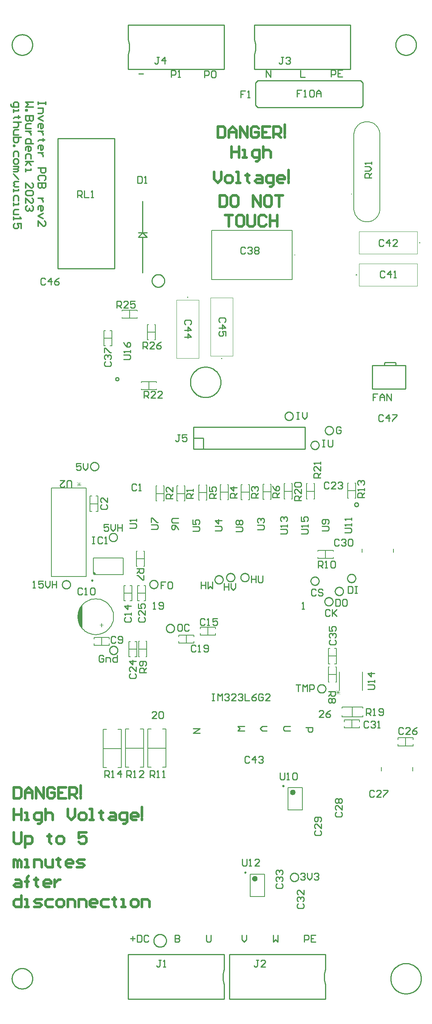
<source format=gto>
%FSTAX23Y23*%
%MOIN*%
%SFA1B1*%

%IPPOS*%
%ADD10C,0.010000*%
%ADD11C,0.003937*%
%ADD12C,0.007874*%
%ADD13C,0.023622*%
%ADD14C,0.009843*%
%ADD15C,0.005905*%
%ADD16C,0.006000*%
%ADD17C,0.011811*%
%ADD18C,0.003000*%
%LNservo_pwr-1*%
%LPD*%
G36*
X00255Y03129D02*
X00236Y03149D01*
X00216Y03208*
Y03257*
X00226Y03287*
X00246Y03316*
X00255Y03336*
X00255Y03129*
G37*
G36*
X00355Y03608D02*
X00352Y0362D01*
X00358*
X0037Y03608*
Y036*
X00355Y03608*
G37*
G36*
X00429Y03157D02*
X00442D01*
Y03151*
X00429*
Y03137*
X00423*
Y03151*
X00409*
Y03157*
X00423*
Y0317*
X00429*
Y03157*
G37*
G54D10*
X00996Y00374D02*
D01*
X00996Y00377*
X00996Y00381*
X00995Y00385*
X00994Y00389*
X00993Y00393*
X00991Y00396*
X0099Y004*
X00988Y00403*
X00985Y00406*
X00983Y00409*
X0098Y00412*
X00978Y00415*
X00975Y00417*
X00972Y0042*
X00968Y00422*
X00965Y00424*
X00961Y00425*
X00958Y00426*
X00954Y00428*
X0095Y00428*
X00946Y00429*
X00942Y00429*
X00939*
X00935Y00429*
X00931Y00428*
X00927Y00428*
X00923Y00426*
X0092Y00425*
X00916Y00424*
X00913Y00422*
X00909Y0042*
X00906Y00417*
X00903Y00415*
X009Y00412*
X00898Y00409*
X00895Y00406*
X00893Y00403*
X00891Y004*
X0089Y00396*
X00888Y00393*
X00887Y00389*
X00886Y00385*
X00885Y00381*
X00885Y00377*
X00885Y00374*
X00885Y0037*
X00885Y00366*
X00886Y00362*
X00887Y00358*
X00888Y00354*
X0089Y00351*
X00891Y00347*
X00893Y00344*
X00895Y00341*
X00898Y00338*
X009Y00335*
X00903Y00332*
X00906Y0033*
X00909Y00327*
X00913Y00325*
X00916Y00323*
X0092Y00322*
X00923Y00321*
X00927Y00319*
X00931Y00319*
X00935Y00318*
X00939Y00318*
X00942*
X00946Y00318*
X0095Y00319*
X00954Y00319*
X00958Y00321*
X00961Y00322*
X00965Y00323*
X00968Y00325*
X00972Y00327*
X00975Y0033*
X00978Y00332*
X0098Y00335*
X00983Y00338*
X00985Y00341*
X00988Y00344*
X0099Y00347*
X00991Y00351*
X00993Y00354*
X00994Y00358*
X00995Y00362*
X00996Y00366*
X00996Y0037*
X00996Y00374*
X0098Y06188D02*
D01*
X0098Y06192*
X00979Y06196*
X00979Y062*
X00978Y06204*
X00976Y06207*
X00975Y06211*
X00973Y06214*
X00971Y06218*
X00969Y06221*
X00967Y06224*
X00964Y06227*
X00962Y06229*
X00959Y06232*
X00956Y06234*
X00952Y06236*
X00949Y06238*
X00945Y0624*
X00942Y06241*
X00938Y06242*
X00934Y06243*
X0093Y06243*
X00927Y06244*
X00923*
X00919Y06243*
X00915Y06243*
X00911Y06242*
X00908Y06241*
X00904Y0624*
X00901Y06238*
X00897Y06236*
X00894Y06234*
X00891Y06232*
X00888Y06229*
X00885Y06227*
X00882Y06224*
X0088Y06221*
X00878Y06218*
X00876Y06214*
X00874Y06211*
X00873Y06207*
X00872Y06204*
X00871Y062*
X0087Y06196*
X0087Y06192*
X0087Y06188*
X0087Y06185*
X0087Y06181*
X00871Y06177*
X00872Y06173*
X00873Y0617*
X00874Y06166*
X00876Y06163*
X00878Y06159*
X0088Y06156*
X00882Y06153*
X00885Y0615*
X00888Y06148*
X00891Y06145*
X00894Y06143*
X00897Y06141*
X00901Y06139*
X00904Y06137*
X00908Y06136*
X00911Y06135*
X00915Y06134*
X00919Y06134*
X00923Y06133*
X00927*
X0093Y06134*
X00934Y06134*
X00938Y06135*
X00942Y06136*
X00945Y06137*
X00949Y06139*
X00952Y06141*
X00956Y06143*
X00959Y06145*
X00962Y06148*
X00964Y0615*
X00967Y06153*
X00969Y06156*
X00971Y06159*
X00973Y06163*
X00975Y06166*
X00976Y0617*
X00978Y06173*
X00979Y06177*
X00979Y06181*
X0098Y06185*
X0098Y06188*
X02343Y0474D02*
D01*
X02343Y04742*
X02343Y04745*
X02342Y04747*
X02341Y0475*
X02341Y04752*
X0234Y04754*
X02339Y04757*
X02337Y04759*
X02336Y04761*
X02334Y04763*
X02333Y04765*
X02331Y04767*
X02329Y04768*
X02327Y0477*
X02325Y04771*
X02322Y04772*
X0232Y04773*
X02318Y04774*
X02315Y04775*
X02313Y04775*
X0231Y04776*
X02308Y04776*
X02305*
X02303Y04776*
X023Y04775*
X02298Y04775*
X02295Y04774*
X02293Y04773*
X02291Y04772*
X02288Y04771*
X02286Y0477*
X02284Y04768*
X02282Y04767*
X0228Y04765*
X02279Y04763*
X02277Y04761*
X02276Y04759*
X02275Y04757*
X02273Y04754*
X02272Y04752*
X02272Y0475*
X02271Y04747*
X02271Y04745*
X0227Y04742*
X0227Y0474*
X0227Y04737*
X02271Y04735*
X02271Y04732*
X02272Y0473*
X02272Y04727*
X02273Y04725*
X02275Y04723*
X02276Y0472*
X02277Y04718*
X02279Y04716*
X0228Y04714*
X02282Y04713*
X02284Y04711*
X02286Y0471*
X02288Y04708*
X02291Y04707*
X02293Y04706*
X02295Y04705*
X02298Y04704*
X023Y04704*
X02303Y04704*
X02305Y04703*
X02308*
X0231Y04704*
X02313Y04704*
X02315Y04704*
X02318Y04705*
X0232Y04706*
X02322Y04707*
X02325Y04708*
X02327Y0471*
X02329Y04711*
X02331Y04713*
X02333Y04714*
X02334Y04716*
X02336Y04718*
X02337Y0472*
X02339Y04723*
X0234Y04725*
X02341Y04727*
X02341Y0473*
X02342Y04732*
X02343Y04735*
X02343Y04737*
X02343Y0474*
X02115Y04996D02*
D01*
X02114Y04998*
X02114Y05001*
X02114Y05003*
X02113Y05006*
X02112Y05008*
X02111Y0501*
X0211Y05013*
X02109Y05015*
X02108Y05017*
X02106Y05019*
X02104Y05021*
X02103Y05023*
X02101Y05024*
X02099Y05026*
X02096Y05027*
X02094Y05028*
X02092Y05029*
X02089Y0503*
X02087Y05031*
X02085Y05031*
X02082Y05032*
X0208Y05032*
X02077*
X02074Y05032*
X02072Y05031*
X02069Y05031*
X02067Y0503*
X02065Y05029*
X02062Y05028*
X0206Y05027*
X02058Y05026*
X02056Y05024*
X02054Y05023*
X02052Y05021*
X0205Y05019*
X02049Y05017*
X02047Y05015*
X02046Y05013*
X02045Y0501*
X02044Y05008*
X02043Y05006*
X02043Y05003*
X02042Y05001*
X02042Y04998*
X02042Y04996*
X02042Y04993*
X02042Y04991*
X02043Y04988*
X02043Y04986*
X02044Y04983*
X02045Y04981*
X02046Y04979*
X02047Y04976*
X02049Y04974*
X0205Y04972*
X02052Y0497*
X02054Y04969*
X02056Y04967*
X02058Y04965*
X0206Y04964*
X02062Y04963*
X02065Y04962*
X02067Y04961*
X02069Y0496*
X02072Y0496*
X02074Y04959*
X02077Y04959*
X0208*
X02082Y04959*
X02085Y0496*
X02087Y0496*
X02089Y04961*
X02092Y04962*
X02094Y04963*
X02096Y04964*
X02099Y04965*
X02101Y04967*
X02103Y04969*
X02104Y0497*
X02106Y04972*
X02108Y04974*
X02109Y04976*
X0211Y04979*
X02111Y04981*
X02112Y04983*
X02113Y04986*
X02114Y04988*
X02114Y04991*
X02114Y04993*
X02115Y04996*
X02162Y00933D02*
D01*
X02162Y00935*
X02161Y00938*
X02161Y0094*
X0216Y00943*
X0216Y00945*
X02159Y00947*
X02158Y0095*
X02156Y00952*
X02155Y00954*
X02153Y00956*
X02152Y00958*
X0215Y0096*
X02148Y00961*
X02146Y00963*
X02144Y00964*
X02141Y00965*
X02139Y00966*
X02137Y00967*
X02134Y00968*
X02132Y00968*
X02129Y00969*
X02127Y00969*
X02124*
X02122Y00969*
X02119Y00968*
X02117Y00968*
X02114Y00967*
X02112Y00966*
X0211Y00965*
X02107Y00964*
X02105Y00963*
X02103Y00961*
X02101Y0096*
X02099Y00958*
X02098Y00956*
X02096Y00954*
X02095Y00952*
X02093Y0095*
X02092Y00947*
X02091Y00945*
X02091Y00943*
X0209Y0094*
X0209Y00938*
X02089Y00935*
X02089Y00933*
X02089Y0093*
X0209Y00928*
X0209Y00925*
X02091Y00923*
X02091Y0092*
X02092Y00918*
X02093Y00916*
X02095Y00913*
X02096Y00911*
X02098Y00909*
X02099Y00907*
X02101Y00906*
X02103Y00904*
X02105Y00902*
X02107Y00901*
X0211Y009*
X02112Y00899*
X02114Y00898*
X02117Y00897*
X02119Y00897*
X02122Y00896*
X02124Y00896*
X02127*
X02129Y00896*
X02132Y00897*
X02134Y00897*
X02137Y00898*
X02139Y00899*
X02141Y009*
X02144Y00901*
X02146Y00902*
X02148Y00904*
X0215Y00906*
X02152Y00907*
X02153Y00909*
X02155Y00911*
X02156Y00913*
X02158Y00916*
X02159Y00918*
X0216Y0092*
X0216Y00923*
X02161Y00925*
X02161Y00928*
X02162Y0093*
X02162Y00933*
X00399Y04553D02*
D01*
X00399Y04555*
X00399Y04558*
X00398Y0456*
X00398Y04563*
X00397Y04565*
X00396Y04567*
X00395Y0457*
X00393Y04572*
X00392Y04574*
X0039Y04576*
X00389Y04578*
X00387Y0458*
X00385Y04581*
X00383Y04583*
X00381Y04584*
X00379Y04585*
X00376Y04586*
X00374Y04587*
X00371Y04588*
X00369Y04588*
X00366Y04589*
X00364Y04589*
X00361*
X00359Y04589*
X00356Y04588*
X00354Y04588*
X00351Y04587*
X00349Y04586*
X00347Y04585*
X00345Y04584*
X00342Y04583*
X0034Y04581*
X00338Y0458*
X00337Y04578*
X00335Y04576*
X00333Y04574*
X00332Y04572*
X00331Y0457*
X0033Y04567*
X00329Y04565*
X00328Y04563*
X00327Y0456*
X00327Y04558*
X00326Y04555*
X00326Y04553*
X00326Y0455*
X00327Y04548*
X00327Y04545*
X00328Y04543*
X00329Y0454*
X0033Y04538*
X00331Y04536*
X00332Y04533*
X00333Y04531*
X00335Y04529*
X00337Y04527*
X00338Y04526*
X0034Y04524*
X00342Y04523*
X00345Y04521*
X00347Y0452*
X00349Y04519*
X00351Y04518*
X00354Y04517*
X00356Y04517*
X00359Y04517*
X00361Y04516*
X00364*
X00366Y04517*
X00369Y04517*
X00371Y04517*
X00374Y04518*
X00376Y04519*
X00379Y0452*
X00381Y04521*
X00383Y04523*
X00385Y04524*
X00387Y04526*
X00389Y04527*
X0039Y04529*
X00392Y04531*
X00393Y04533*
X00395Y04536*
X00396Y04538*
X00397Y0454*
X00398Y04543*
X00398Y04545*
X00399Y04548*
X00399Y0455*
X00399Y04553*
X0015Y03511D02*
D01*
X0015Y03514*
X0015Y03516*
X00149Y03519*
X00149Y03521*
X00148Y03524*
X00147Y03526*
X00146Y03528*
X00144Y03531*
X00143Y03533*
X00141Y03535*
X0014Y03537*
X00138Y03538*
X00136Y0354*
X00134Y03541*
X00132Y03543*
X0013Y03544*
X00127Y03545*
X00125Y03546*
X00122Y03547*
X0012Y03547*
X00117Y03547*
X00115Y03548*
X00112*
X0011Y03547*
X00107Y03547*
X00105Y03547*
X00102Y03546*
X001Y03545*
X00098Y03544*
X00096Y03543*
X00093Y03541*
X00091Y0354*
X00089Y03538*
X00088Y03537*
X00086Y03535*
X00084Y03533*
X00083Y03531*
X00082Y03528*
X00081Y03526*
X0008Y03524*
X00079Y03521*
X00078Y03519*
X00078Y03516*
X00077Y03514*
X00077Y03511*
X00077Y03509*
X00078Y03506*
X00078Y03504*
X00079Y03501*
X0008Y03499*
X00081Y03497*
X00082Y03494*
X00083Y03492*
X00084Y0349*
X00086Y03488*
X00088Y03486*
X00089Y03484*
X00091Y03483*
X00093Y03481*
X00096Y0348*
X00098Y03479*
X001Y03478*
X00102Y03477*
X00105Y03476*
X00107Y03476*
X0011Y03475*
X00112Y03475*
X00115*
X00117Y03475*
X0012Y03476*
X00122Y03476*
X00125Y03477*
X00127Y03478*
X0013Y03479*
X00132Y0348*
X00134Y03481*
X00136Y03483*
X00138Y03484*
X0014Y03486*
X00141Y03488*
X00143Y0349*
X00144Y03492*
X00146Y03494*
X00147Y03497*
X00148Y03499*
X00149Y03501*
X00149Y03504*
X0015Y03506*
X0015Y03509*
X0015Y03511*
X00564Y03928D02*
D01*
X00564Y0393*
X00564Y03933*
X00564Y03935*
X00563Y03938*
X00562Y0394*
X00561Y03942*
X0056Y03945*
X00559Y03947*
X00557Y03949*
X00556Y03951*
X00554Y03953*
X00552Y03955*
X0055Y03956*
X00548Y03958*
X00546Y03959*
X00544Y0396*
X00542Y03961*
X00539Y03962*
X00537Y03963*
X00534Y03963*
X00532Y03964*
X00529Y03964*
X00527*
X00524Y03964*
X00522Y03963*
X00519Y03963*
X00517Y03962*
X00514Y03961*
X00512Y0396*
X0051Y03959*
X00508Y03958*
X00506Y03956*
X00504Y03955*
X00502Y03953*
X005Y03951*
X00499Y03949*
X00497Y03947*
X00496Y03945*
X00495Y03942*
X00494Y0394*
X00493Y03938*
X00493Y03935*
X00492Y03933*
X00492Y0393*
X00492Y03928*
X00492Y03925*
X00492Y03923*
X00493Y0392*
X00493Y03918*
X00494Y03915*
X00495Y03913*
X00496Y03911*
X00497Y03908*
X00499Y03906*
X005Y03904*
X00502Y03902*
X00504Y03901*
X00506Y03899*
X00508Y03898*
X0051Y03896*
X00512Y03895*
X00514Y03894*
X00517Y03893*
X00519Y03892*
X00522Y03892*
X00524Y03892*
X00527Y03891*
X00529*
X00532Y03892*
X00534Y03892*
X00537Y03892*
X00539Y03893*
X00542Y03894*
X00544Y03895*
X00546Y03896*
X00548Y03898*
X0055Y03899*
X00552Y03901*
X00554Y03902*
X00556Y03904*
X00557Y03906*
X00559Y03908*
X0056Y03911*
X00561Y03913*
X00562Y03915*
X00563Y03918*
X00564Y0392*
X00564Y03923*
X00564Y03925*
X00564Y03928*
X02469Y0487D02*
D01*
X02469Y04872*
X02469Y04875*
X02468Y04877*
X02467Y0488*
X02467Y04882*
X02466Y04884*
X02465Y04887*
X02463Y04889*
X02462Y04891*
X0246Y04893*
X02459Y04895*
X02457Y04897*
X02455Y04898*
X02453Y049*
X02451Y04901*
X02448Y04902*
X02446Y04903*
X02444Y04904*
X02441Y04905*
X02439Y04905*
X02436Y04906*
X02434Y04906*
X02431*
X02429Y04906*
X02426Y04905*
X02424Y04905*
X02421Y04904*
X02419Y04903*
X02417Y04902*
X02414Y04901*
X02412Y049*
X0241Y04898*
X02408Y04897*
X02406Y04895*
X02405Y04893*
X02403Y04891*
X02402Y04889*
X02401Y04887*
X02399Y04884*
X02398Y04882*
X02398Y0488*
X02397Y04877*
X02397Y04875*
X02396Y04872*
X02396Y0487*
X02396Y04867*
X02397Y04865*
X02397Y04862*
X02398Y0486*
X02398Y04857*
X02399Y04855*
X02401Y04853*
X02402Y0485*
X02403Y04848*
X02405Y04846*
X02406Y04844*
X02408Y04843*
X0241Y04841*
X02412Y04839*
X02414Y04838*
X02417Y04837*
X02419Y04836*
X02421Y04835*
X02424Y04834*
X02426Y04834*
X02429Y04833*
X02431Y04833*
X02434*
X02436Y04833*
X02439Y04834*
X02441Y04834*
X02444Y04835*
X02446Y04836*
X02448Y04837*
X02451Y04838*
X02453Y04839*
X02455Y04841*
X02457Y04843*
X02459Y04844*
X0246Y04846*
X02462Y04848*
X02463Y0485*
X02465Y04853*
X02466Y04855*
X02467Y04857*
X02467Y0486*
X02468Y04862*
X02469Y04865*
X02469Y04867*
X02469Y0487*
X01725Y03574D02*
D01*
X01725Y03577*
X01724Y03579*
X01724Y03582*
X01723Y03584*
X01723Y03587*
X01722Y03589*
X01721Y03591*
X01719Y03594*
X01718Y03596*
X01716Y03598*
X01715Y036*
X01713Y03601*
X01711Y03603*
X01709Y03604*
X01707Y03606*
X01704Y03607*
X01702Y03608*
X017Y03609*
X01697Y0361*
X01695Y0361*
X01692Y0361*
X0169Y03611*
X01687*
X01685Y0361*
X01682Y0361*
X0168Y0361*
X01677Y03609*
X01675Y03608*
X01673Y03607*
X0167Y03606*
X01668Y03604*
X01666Y03603*
X01664Y03601*
X01662Y036*
X01661Y03598*
X01659Y03596*
X01658Y03594*
X01656Y03591*
X01655Y03589*
X01654Y03587*
X01654Y03584*
X01653Y03582*
X01653Y03579*
X01652Y03577*
X01652Y03574*
X01652Y03572*
X01653Y03569*
X01653Y03567*
X01654Y03564*
X01654Y03562*
X01655Y0356*
X01656Y03557*
X01658Y03555*
X01659Y03553*
X01661Y03551*
X01662Y03549*
X01664Y03547*
X01666Y03546*
X01668Y03544*
X0167Y03543*
X01673Y03542*
X01675Y03541*
X01677Y0354*
X0168Y03539*
X01682Y03539*
X01685Y03538*
X01687Y03538*
X0169*
X01692Y03538*
X01695Y03539*
X01697Y03539*
X017Y0354*
X01702Y03541*
X01704Y03542*
X01707Y03543*
X01709Y03544*
X01711Y03546*
X01713Y03547*
X01715Y03549*
X01716Y03551*
X01718Y03553*
X01719Y03555*
X01721Y03557*
X01722Y0356*
X01723Y03562*
X01723Y03564*
X01724Y03567*
X01724Y03569*
X01725Y03572*
X01725Y03574*
X01599D02*
D01*
X01599Y03577*
X01598Y03579*
X01598Y03582*
X01597Y03584*
X01597Y03587*
X01596Y03589*
X01595Y03591*
X01593Y03594*
X01592Y03596*
X0159Y03598*
X01589Y036*
X01587Y03601*
X01585Y03603*
X01583Y03604*
X01581Y03606*
X01578Y03607*
X01576Y03608*
X01574Y03609*
X01571Y0361*
X01569Y0361*
X01566Y0361*
X01564Y03611*
X01561*
X01559Y0361*
X01556Y0361*
X01554Y0361*
X01551Y03609*
X01549Y03608*
X01547Y03607*
X01544Y03606*
X01542Y03604*
X0154Y03603*
X01538Y03601*
X01536Y036*
X01535Y03598*
X01533Y03596*
X01532Y03594*
X0153Y03591*
X01529Y03589*
X01528Y03587*
X01528Y03584*
X01527Y03582*
X01527Y03579*
X01526Y03577*
X01526Y03574*
X01526Y03572*
X01527Y03569*
X01527Y03567*
X01528Y03564*
X01528Y03562*
X01529Y0356*
X0153Y03557*
X01532Y03555*
X01533Y03553*
X01535Y03551*
X01536Y03549*
X01538Y03547*
X0154Y03546*
X01542Y03544*
X01544Y03543*
X01547Y03542*
X01549Y03541*
X01551Y0354*
X01554Y03539*
X01556Y03539*
X01559Y03538*
X01561Y03538*
X01564*
X01566Y03538*
X01569Y03539*
X01571Y03539*
X01574Y0354*
X01576Y03541*
X01578Y03542*
X01581Y03543*
X01583Y03544*
X01585Y03546*
X01587Y03547*
X01589Y03549*
X0159Y03551*
X01592Y03553*
X01593Y03555*
X01595Y03557*
X01596Y0356*
X01597Y03562*
X01597Y03564*
X01598Y03567*
X01598Y03569*
X01599Y03572*
X01599Y03574*
X01496Y03555D02*
D01*
X01496Y03557*
X01496Y0356*
X01496Y03562*
X01495Y03565*
X01494Y03567*
X01493Y03569*
X01492Y03572*
X01491Y03574*
X01489Y03576*
X01488Y03578*
X01486Y0358*
X01484Y03582*
X01482Y03583*
X0148Y03585*
X01478Y03586*
X01476Y03587*
X01474Y03588*
X01471Y03589*
X01469Y0359*
X01466Y0359*
X01464Y03591*
X01461Y03591*
X01459*
X01456Y03591*
X01454Y0359*
X01451Y0359*
X01449Y03589*
X01447Y03588*
X01444Y03587*
X01442Y03586*
X0144Y03585*
X01438Y03583*
X01436Y03582*
X01434Y0358*
X01432Y03578*
X01431Y03576*
X01429Y03574*
X01428Y03572*
X01427Y03569*
X01426Y03567*
X01425Y03565*
X01425Y03562*
X01424Y0356*
X01424Y03557*
X01424Y03555*
X01424Y03552*
X01424Y0355*
X01425Y03547*
X01425Y03545*
X01426Y03542*
X01427Y0354*
X01428Y03538*
X01429Y03535*
X01431Y03533*
X01432Y03531*
X01434Y03529*
X01436Y03528*
X01438Y03526*
X0144Y03525*
X01442Y03523*
X01444Y03522*
X01447Y03521*
X01449Y0352*
X01451Y03519*
X01454Y03519*
X01456Y03519*
X01459Y03518*
X01461*
X01464Y03519*
X01466Y03519*
X01469Y03519*
X01471Y0352*
X01474Y03521*
X01476Y03522*
X01478Y03523*
X0148Y03525*
X01482Y03526*
X01484Y03528*
X01486Y03529*
X01488Y03531*
X01489Y03533*
X01491Y03535*
X01492Y03538*
X01493Y0354*
X01494Y03542*
X01495Y03545*
X01496Y03547*
X01496Y0355*
X01496Y03552*
X01496Y03555*
X02402Y02594D02*
D01*
X02402Y02597*
X02402Y02599*
X02401Y02602*
X02401Y02604*
X024Y02606*
X02399Y02609*
X02398Y02611*
X02396Y02613*
X02395Y02615*
X02393Y02617*
X02392Y02619*
X0239Y02621*
X02388Y02623*
X02386Y02624*
X02384Y02625*
X02382Y02627*
X02379Y02628*
X02377Y02629*
X02374Y02629*
X02372Y0263*
X02369Y0263*
X02367Y0263*
X02364*
X02362Y0263*
X02359Y0263*
X02357Y02629*
X02354Y02629*
X02352Y02628*
X0235Y02627*
X02347Y02625*
X02345Y02624*
X02343Y02623*
X02341Y02621*
X0234Y02619*
X02338Y02617*
X02336Y02615*
X02335Y02613*
X02334Y02611*
X02332Y02609*
X02332Y02606*
X02331Y02604*
X0233Y02602*
X0233Y02599*
X02329Y02597*
X02329Y02594*
X02329Y02591*
X0233Y02589*
X0233Y02586*
X02331Y02584*
X02332Y02582*
X02332Y02579*
X02334Y02577*
X02335Y02575*
X02336Y02573*
X02338Y02571*
X0234Y02569*
X02341Y02567*
X02343Y02565*
X02345Y02564*
X02347Y02563*
X0235Y02561*
X02352Y0256*
X02354Y02559*
X02357Y02559*
X02359Y02558*
X02362Y02558*
X02364Y02558*
X02367*
X02369Y02558*
X02372Y02558*
X02374Y02559*
X02377Y02559*
X02379Y0256*
X02382Y02561*
X02384Y02563*
X02386Y02564*
X02388Y02565*
X0239Y02567*
X02392Y02569*
X02393Y02571*
X02395Y02573*
X02396Y02575*
X02398Y02577*
X02399Y02579*
X024Y02582*
X02401Y02584*
X02401Y02586*
X02402Y02589*
X02402Y02591*
X02402Y02594*
X00567Y02933D02*
D01*
X00567Y02935*
X00567Y02938*
X00567Y0294*
X00566Y02943*
X00565Y02945*
X00564Y02947*
X00563Y0295*
X00562Y02952*
X0056Y02954*
X00559Y02956*
X00557Y02958*
X00555Y0296*
X00553Y02961*
X00551Y02963*
X00549Y02964*
X00547Y02965*
X00545Y02966*
X00542Y02967*
X0054Y02968*
X00537Y02968*
X00535Y02969*
X00532Y02969*
X0053*
X00527Y02969*
X00525Y02968*
X00522Y02968*
X0052Y02967*
X00517Y02966*
X00515Y02965*
X00513Y02964*
X00511Y02963*
X00509Y02961*
X00507Y0296*
X00505Y02958*
X00503Y02956*
X00502Y02954*
X005Y02952*
X00499Y0295*
X00498Y02947*
X00497Y02945*
X00496Y02943*
X00495Y0294*
X00495Y02938*
X00495Y02935*
X00495Y02933*
X00495Y0293*
X00495Y02928*
X00495Y02925*
X00496Y02923*
X00497Y0292*
X00498Y02918*
X00499Y02916*
X005Y02913*
X00502Y02911*
X00503Y02909*
X00505Y02907*
X00507Y02906*
X00509Y02904*
X00511Y02902*
X00513Y02901*
X00515Y029*
X00517Y02899*
X0052Y02898*
X00522Y02897*
X00525Y02897*
X00527Y02896*
X0053Y02896*
X00532*
X00535Y02896*
X00537Y02897*
X0054Y02897*
X00542Y02898*
X00545Y02899*
X00547Y029*
X00549Y02901*
X00551Y02902*
X00553Y02904*
X00555Y02906*
X00557Y02907*
X00559Y02909*
X0056Y02911*
X00562Y02913*
X00563Y02916*
X00564Y02918*
X00565Y0292*
X00566Y02923*
X00567Y02925*
X00567Y02928*
X00567Y0293*
X00567Y02933*
X01067Y03125D02*
D01*
X01067Y03128*
X01067Y03131*
X01067Y03133*
X01066Y03135*
X01065Y03138*
X01064Y0314*
X01063Y03143*
X01062Y03145*
X0106Y03147*
X01059Y03149*
X01057Y03151*
X01055Y03152*
X01053Y03154*
X01051Y03156*
X01049Y03157*
X01047Y03158*
X01045Y03159*
X01042Y0316*
X0104Y03161*
X01037Y03161*
X01035Y03162*
X01032Y03162*
X0103*
X01027Y03162*
X01025Y03161*
X01022Y03161*
X0102Y0316*
X01017Y03159*
X01015Y03158*
X01013Y03157*
X01011Y03156*
X01009Y03154*
X01007Y03152*
X01005Y03151*
X01003Y03149*
X01002Y03147*
X01Y03145*
X00999Y03143*
X00998Y0314*
X00997Y03138*
X00996Y03135*
X00995Y03133*
X00995Y03131*
X00995Y03128*
X00995Y03125*
X00995Y03123*
X00995Y0312*
X00995Y03118*
X00996Y03115*
X00997Y03113*
X00998Y03111*
X00999Y03108*
X01Y03106*
X01002Y03104*
X01003Y03102*
X01005Y031*
X01007Y03099*
X01009Y03097*
X01011Y03095*
X01013Y03094*
X01015Y03093*
X01017Y03092*
X0102Y03091*
X01022Y0309*
X01025Y0309*
X01027Y03089*
X0103Y03089*
X01032*
X01035Y03089*
X01037Y0309*
X0104Y0309*
X01042Y03091*
X01045Y03092*
X01047Y03093*
X01049Y03094*
X01051Y03095*
X01053Y03097*
X01055Y03099*
X01057Y031*
X01059Y03102*
X0106Y03104*
X01062Y03106*
X01063Y03108*
X01064Y03111*
X01065Y03113*
X01066Y03115*
X01067Y03118*
X01067Y0312*
X01067Y03123*
X01067Y03125*
X00922Y03513D02*
D01*
X00922Y03516*
X00921Y03518*
X00921Y03521*
X0092Y03523*
X00919Y03526*
X00918Y03528*
X00917Y0353*
X00916Y03533*
X00915Y03535*
X00913Y03537*
X00911Y03538*
X0091Y0354*
X00908Y03542*
X00906Y03543*
X00903Y03545*
X00901Y03546*
X00899Y03547*
X00897Y03548*
X00894Y03548*
X00892Y03549*
X00889Y03549*
X00887Y0355*
X00884*
X00882Y03549*
X00879Y03549*
X00877Y03548*
X00874Y03548*
X00872Y03547*
X00869Y03546*
X00867Y03545*
X00865Y03543*
X00863Y03542*
X00861Y0354*
X00859Y03538*
X00858Y03537*
X00856Y03535*
X00855Y03533*
X00853Y0353*
X00852Y03528*
X00851Y03526*
X0085Y03523*
X0085Y03521*
X00849Y03518*
X00849Y03516*
X00849Y03513*
X00849Y03511*
X00849Y03508*
X0085Y03506*
X0085Y03503*
X00851Y03501*
X00852Y03499*
X00853Y03496*
X00855Y03494*
X00856Y03492*
X00858Y0349*
X00859Y03488*
X00861Y03486*
X00863Y03485*
X00865Y03483*
X00867Y03482*
X00869Y03481*
X00872Y0348*
X00874Y03479*
X00877Y03478*
X00879Y03478*
X00882Y03477*
X00884Y03477*
X00887*
X00889Y03477*
X00892Y03478*
X00894Y03478*
X00897Y03479*
X00899Y0348*
X00901Y03481*
X00903Y03482*
X00906Y03483*
X00908Y03485*
X0091Y03486*
X00911Y03488*
X00913Y0349*
X00915Y03492*
X00916Y03494*
X00917Y03496*
X00918Y03499*
X00919Y03501*
X0092Y03503*
X00921Y03506*
X00921Y03508*
X00922Y03511*
X00922Y03513*
X02689Y04216D02*
D01*
X02689Y04217*
X02689Y04218*
X02689Y0422*
X02689Y04221*
X02688Y04222*
X02688Y04223*
X02687Y04224*
X02687Y04225*
X02686Y04226*
X02686Y04227*
X02685Y04228*
X02684Y04228*
X02683Y04229*
X02682Y0423*
X02681Y04231*
X0268Y04231*
X02679Y04232*
X02678Y04232*
X02677Y04232*
X02676Y04232*
X02674Y04233*
X02673Y04233*
X02672*
X02671Y04233*
X0267Y04232*
X02669Y04232*
X02668Y04232*
X02666Y04232*
X02665Y04231*
X02664Y04231*
X02663Y0423*
X02662Y04229*
X02662Y04228*
X02661Y04228*
X0266Y04227*
X02659Y04226*
X02659Y04225*
X02658Y04224*
X02657Y04223*
X02657Y04222*
X02657Y04221*
X02656Y0422*
X02656Y04218*
X02656Y04217*
X02656Y04216*
X02656Y04215*
X02656Y04214*
X02656Y04213*
X02657Y04211*
X02657Y0421*
X02657Y04209*
X02658Y04208*
X02659Y04207*
X02659Y04206*
X0266Y04205*
X02661Y04204*
X02662Y04204*
X02662Y04203*
X02663Y04202*
X02664Y04202*
X02665Y04201*
X02666Y04201*
X02668Y042*
X02669Y042*
X0267Y042*
X02671Y04199*
X02672Y04199*
X02673*
X02674Y04199*
X02676Y042*
X02677Y042*
X02678Y042*
X02679Y04201*
X0268Y04201*
X02681Y04202*
X02682Y04202*
X02683Y04203*
X02684Y04204*
X02685Y04204*
X02686Y04205*
X02686Y04206*
X02687Y04207*
X02687Y04208*
X02688Y04209*
X02688Y0421*
X02689Y04211*
X02689Y04213*
X02689Y04214*
X02689Y04215*
X02689Y04216*
X00577Y05322D02*
D01*
X00577Y05323*
X00577Y05324*
X00576Y05325*
X00576Y05326*
X00576Y05327*
X00575Y05328*
X00575Y05329*
X00575Y0533*
X00574Y05331*
X00573Y05331*
X00573Y05332*
X00572Y05333*
X00571Y05334*
X0057Y05334*
X0057Y05335*
X00569Y05335*
X00568Y05335*
X00567Y05336*
X00566Y05336*
X00565Y05336*
X00564Y05336*
X00563Y05337*
X00562*
X00561Y05336*
X0056Y05336*
X00559Y05336*
X00558Y05336*
X00557Y05335*
X00556Y05335*
X00555Y05335*
X00555Y05334*
X00554Y05334*
X00553Y05333*
X00552Y05332*
X00552Y05331*
X00551Y05331*
X0055Y0533*
X0055Y05329*
X0055Y05328*
X00549Y05327*
X00549Y05326*
X00549Y05325*
X00548Y05324*
X00548Y05323*
X00548Y05322*
X00548Y05321*
X00548Y0532*
X00549Y05319*
X00549Y05318*
X00549Y05317*
X0055Y05317*
X0055Y05316*
X0055Y05315*
X00551Y05314*
X00552Y05313*
X00552Y05312*
X00553Y05312*
X00554Y05311*
X00555Y05311*
X00555Y0531*
X00556Y0531*
X00557Y05309*
X00558Y05309*
X00559Y05309*
X0056Y05308*
X00561Y05308*
X00562Y05308*
X00563*
X00564Y05308*
X00565Y05308*
X00566Y05309*
X00567Y05309*
X00568Y05309*
X00569Y0531*
X0057Y0531*
X0057Y05311*
X00571Y05311*
X00572Y05312*
X00573Y05312*
X00573Y05313*
X00574Y05314*
X00575Y05315*
X00575Y05316*
X00575Y05317*
X00576Y05317*
X00576Y05318*
X00576Y05319*
X00577Y0532*
X00577Y05321*
X00577Y05322*
X03244Y00039D02*
D01*
X03243Y00048*
X03242Y00058*
X03241Y00067*
X03238Y00076*
X03236Y00085*
X03232Y00093*
X03228Y00102*
X03223Y0011*
X03218Y00118*
X03212Y00125*
X03206Y00132*
X03199Y00138*
X03192Y00144*
X03185Y0015*
X03177Y00155*
X03168Y00159*
X0316Y00163*
X03151Y00166*
X03142Y00169*
X03133Y00171*
X03124Y00172*
X03114Y00173*
X03105*
X03096Y00172*
X03086Y00171*
X03077Y00169*
X03068Y00166*
X0306Y00163*
X03051Y00159*
X03043Y00155*
X03035Y0015*
X03027Y00144*
X0302Y00138*
X03013Y00132*
X03007Y00125*
X03001Y00118*
X02996Y0011*
X02991Y00102*
X02987Y00093*
X02984Y00085*
X02981Y00076*
X02979Y00067*
X02977Y00058*
X02976Y00048*
X02976Y00039*
X02976Y0003*
X02977Y0002*
X02979Y00011*
X02981Y00002*
X02984Y-00006*
X02987Y-00015*
X02991Y-00023*
X02996Y-00031*
X03001Y-00039*
X03007Y-00046*
X03013Y-00053*
X0302Y-0006*
X03027Y-00066*
X03035Y-00071*
X03043Y-00076*
X03051Y-0008*
X0306Y-00084*
X03068Y-00087*
X03077Y-0009*
X03086Y-00092*
X03096Y-00093*
X03105Y-00094*
X03114*
X03124Y-00093*
X03133Y-00092*
X03142Y-0009*
X03151Y-00087*
X0316Y-00084*
X03168Y-0008*
X03177Y-00076*
X03185Y-00071*
X03192Y-00066*
X03199Y-0006*
X03206Y-00053*
X03212Y-00046*
X03218Y-00039*
X03223Y-00031*
X03228Y-00023*
X03232Y-00015*
X03236Y-00006*
X03238Y00002*
X03241Y00011*
X03242Y0002*
X03243Y0003*
X03244Y00039*
X032Y08267D02*
D01*
X032Y08274*
X03199Y0828*
X03198Y08286*
X03197Y08292*
X03195Y08298*
X03192Y08304*
X0319Y0831*
X03187Y08315*
X03183Y0832*
X03179Y08325*
X03175Y0833*
X0317Y08335*
X03165Y08339*
X0316Y08342*
X03155Y08346*
X03149Y08349*
X03144Y08351*
X03138Y08353*
X03132Y08355*
X03125Y08356*
X03119Y08357*
X03113Y08358*
X03107*
X031Y08357*
X03094Y08356*
X03088Y08355*
X03082Y08353*
X03076Y08351*
X0307Y08349*
X03064Y08346*
X03059Y08342*
X03054Y08339*
X03049Y08335*
X03045Y0833*
X0304Y08325*
X03036Y0832*
X03033Y08315*
X0303Y0831*
X03027Y08304*
X03025Y08298*
X03023Y08292*
X03021Y08286*
X0302Y0828*
X03019Y08274*
X03019Y08267*
X03019Y08261*
X0302Y08255*
X03021Y08248*
X03023Y08242*
X03025Y08236*
X03027Y0823*
X0303Y08225*
X03033Y08219*
X03036Y08214*
X0304Y08209*
X03045Y08204*
X03049Y082*
X03054Y08196*
X03059Y08192*
X03064Y08189*
X0307Y08186*
X03076Y08183*
X03082Y08181*
X03088Y08179*
X03094Y08178*
X031Y08177*
X03107Y08177*
X03113*
X03119Y08177*
X03125Y08178*
X03132Y08179*
X03138Y08181*
X03144Y08183*
X03149Y08186*
X03155Y08189*
X0316Y08192*
X03165Y08196*
X0317Y082*
X03175Y08204*
X03179Y08209*
X03183Y08214*
X03187Y08219*
X0319Y08225*
X03192Y0823*
X03195Y08236*
X03197Y08242*
X03198Y08248*
X03199Y08255*
X032Y08261*
X032Y08267*
X-00185D02*
D01*
X-00185Y08274*
X-00185Y0828*
X-00187Y08286*
X-00188Y08292*
X-0019Y08298*
X-00192Y08304*
X-00195Y0831*
X-00198Y08315*
X-00202Y0832*
X-00206Y08325*
X-0021Y0833*
X-00214Y08335*
X-00219Y08339*
X-00224Y08342*
X-0023Y08346*
X-00235Y08349*
X-00241Y08351*
X-00247Y08353*
X-00253Y08355*
X-00259Y08356*
X-00266Y08357*
X-00272Y08358*
X-00278*
X-00285Y08357*
X-00291Y08356*
X-00297Y08355*
X-00303Y08353*
X-00309Y08351*
X-00315Y08349*
X-0032Y08346*
X-00326Y08342*
X-00331Y08339*
X-00336Y08335*
X-0034Y0833*
X-00344Y08325*
X-00348Y0832*
X-00352Y08315*
X-00355Y0831*
X-00358Y08304*
X-0036Y08298*
X-00362Y08292*
X-00364Y08286*
X-00365Y0828*
X-00365Y08274*
X-00366Y08267*
X-00365Y08261*
X-00365Y08255*
X-00364Y08248*
X-00362Y08242*
X-0036Y08236*
X-00358Y0823*
X-00355Y08225*
X-00352Y08219*
X-00348Y08214*
X-00344Y08209*
X-0034Y08204*
X-00336Y082*
X-00331Y08196*
X-00326Y08192*
X-0032Y08189*
X-00315Y08186*
X-00309Y08183*
X-00303Y08181*
X-00297Y08179*
X-00291Y08178*
X-00285Y08177*
X-00278Y08177*
X-00272*
X-00266Y08177*
X-00259Y08178*
X-00253Y08179*
X-00247Y08181*
X-00241Y08183*
X-00235Y08186*
X-0023Y08189*
X-00224Y08192*
X-00219Y08196*
X-00214Y082*
X-0021Y08204*
X-00206Y08209*
X-00202Y08214*
X-00198Y08219*
X-00195Y08225*
X-00192Y0823*
X-0019Y08236*
X-00188Y08242*
X-00187Y08248*
X-00185Y08255*
X-00185Y08261*
X-00185Y08267*
Y00039D02*
D01*
X-00185Y00045*
X-00185Y00051*
X-00187Y00058*
X-00188Y00064*
X-0019Y0007*
X-00192Y00076*
X-00195Y00081*
X-00198Y00087*
X-00202Y00092*
X-00206Y00097*
X-0021Y00102*
X-00214Y00106*
X-00219Y0011*
X-00224Y00114*
X-0023Y00117*
X-00235Y0012*
X-00241Y00123*
X-00247Y00125*
X-00253Y00127*
X-00259Y00128*
X-00266Y00129*
X-00272Y00129*
X-00278*
X-00285Y00129*
X-00291Y00128*
X-00297Y00127*
X-00303Y00125*
X-00309Y00123*
X-00315Y0012*
X-0032Y00117*
X-00326Y00114*
X-00331Y0011*
X-00336Y00106*
X-0034Y00102*
X-00344Y00097*
X-00348Y00092*
X-00352Y00087*
X-00355Y00081*
X-00358Y00076*
X-0036Y0007*
X-00362Y00064*
X-00364Y00058*
X-00365Y00051*
X-00365Y00045*
X-00366Y00039*
X-00365Y00033*
X-00365Y00026*
X-00364Y0002*
X-00362Y00014*
X-0036Y00008*
X-00358Y00002*
X-00355Y-00003*
X-00352Y-00008*
X-00348Y-00013*
X-00344Y-00018*
X-0034Y-00023*
X-00336Y-00027*
X-00331Y-00031*
X-00326Y-00035*
X-0032Y-00039*
X-00315Y-00042*
X-00309Y-00044*
X-00303Y-00046*
X-00297Y-00048*
X-00291Y-00049*
X-00285Y-0005*
X-00278Y-00051*
X-00272*
X-00266Y-0005*
X-00259Y-00049*
X-00253Y-00048*
X-00247Y-00046*
X-00241Y-00044*
X-00235Y-00042*
X-0023Y-00039*
X-00224Y-00035*
X-00219Y-00031*
X-00214Y-00027*
X-0021Y-00023*
X-00206Y-00018*
X-00202Y-00013*
X-00198Y-00008*
X-00195Y-00003*
X-00192Y00002*
X-0019Y00008*
X-00188Y00014*
X-00187Y0002*
X-00185Y00026*
X-00185Y00033*
X-00185Y00039*
X01476Y05295D02*
D01*
X01476Y05304*
X01475Y05313*
X01473Y05323*
X01471Y05332*
X01468Y05341*
X01464Y05349*
X0146Y05358*
X01456Y05366*
X0145Y05373*
X01445Y05381*
X01438Y05388*
X01432Y05394*
X01424Y054*
X01417Y05406*
X01409Y05411*
X01401Y05415*
X01392Y05419*
X01383Y05422*
X01374Y05425*
X01365Y05427*
X01356Y05428*
X01347Y05429*
X01337*
X01328Y05428*
X01319Y05427*
X0131Y05425*
X01301Y05422*
X01292Y05419*
X01283Y05415*
X01275Y05411*
X01267Y05406*
X0126Y054*
X01252Y05394*
X01246Y05388*
X01239Y05381*
X01234Y05373*
X01228Y05366*
X01224Y05358*
X0122Y05349*
X01216Y05341*
X01213Y05332*
X01211Y05323*
X01209Y05313*
X01208Y05304*
X01208Y05295*
X01208Y05285*
X01209Y05276*
X01211Y05267*
X01213Y05258*
X01216Y05249*
X0122Y0524*
X01224Y05232*
X01228Y05224*
X01234Y05216*
X01239Y05209*
X01246Y05202*
X01252Y05195*
X0126Y05189*
X01267Y05184*
X01275Y05179*
X01283Y05174*
X01292Y05171*
X01301Y05167*
X0131Y05165*
X01319Y05163*
X01328Y05162*
X01337Y05161*
X01347*
X01356Y05162*
X01365Y05163*
X01374Y05165*
X01383Y05167*
X01392Y05171*
X01401Y05174*
X01409Y05179*
X01417Y05184*
X01424Y05189*
X01432Y05195*
X01438Y05202*
X01445Y05209*
X0145Y05216*
X01456Y05224*
X0146Y05232*
X01464Y0524*
X01468Y05249*
X01471Y05258*
X01473Y05267*
X01475Y05276*
X01476Y05285*
X01476Y05295*
X02465Y03362D02*
D01*
X02465Y03364*
X02465Y03367*
X02464Y03369*
X02464Y03372*
X02463Y03374*
X02462Y03376*
X02461Y03379*
X02459Y03381*
X02458Y03383*
X02456Y03385*
X02455Y03387*
X02453Y03389*
X02451Y0339*
X02449Y03392*
X02447Y03393*
X02445Y03394*
X02442Y03395*
X0244Y03396*
X02437Y03397*
X02435Y03397*
X02432Y03398*
X0243Y03398*
X02427*
X02425Y03398*
X02422Y03397*
X0242Y03397*
X02417Y03396*
X02415Y03395*
X02413Y03394*
X0241Y03393*
X02408Y03392*
X02406Y0339*
X02404Y03389*
X02403Y03387*
X02401Y03385*
X02399Y03383*
X02398Y03381*
X02397Y03379*
X02395Y03376*
X02395Y03374*
X02394Y03372*
X02393Y03369*
X02393Y03367*
X02392Y03364*
X02392Y03362*
X02392Y03359*
X02393Y03357*
X02393Y03354*
X02394Y03352*
X02395Y03349*
X02395Y03347*
X02397Y03345*
X02398Y03342*
X02399Y0334*
X02401Y03338*
X02403Y03336*
X02404Y03335*
X02406Y03333*
X02408Y03332*
X0241Y0333*
X02413Y03329*
X02415Y03328*
X02417Y03327*
X0242Y03326*
X02422Y03326*
X02425Y03326*
X02427Y03325*
X0243*
X02432Y03326*
X02435Y03326*
X02437Y03326*
X0244Y03327*
X02442Y03328*
X02445Y03329*
X02447Y0333*
X02449Y03332*
X02451Y03333*
X02453Y03335*
X02455Y03336*
X02456Y03338*
X02458Y0334*
X02459Y03342*
X02461Y03345*
X02462Y03347*
X02463Y03349*
X02464Y03352*
X02464Y03354*
X02465Y03357*
X02465Y03359*
X02465Y03362*
X02343Y03543D02*
D01*
X02343Y03545*
X02343Y03548*
X02342Y0355*
X02341Y03553*
X02341Y03555*
X0234Y03558*
X02339Y0356*
X02337Y03562*
X02336Y03564*
X02334Y03566*
X02333Y03568*
X02331Y0357*
X02329Y03571*
X02327Y03573*
X02325Y03574*
X02322Y03575*
X0232Y03576*
X02318Y03577*
X02315Y03578*
X02313Y03579*
X0231Y03579*
X02308Y03579*
X02305*
X02303Y03579*
X023Y03579*
X02298Y03578*
X02295Y03577*
X02293Y03576*
X02291Y03575*
X02288Y03574*
X02286Y03573*
X02284Y03571*
X02282Y0357*
X0228Y03568*
X02279Y03566*
X02277Y03564*
X02276Y03562*
X02275Y0356*
X02273Y03558*
X02272Y03555*
X02272Y03553*
X02271Y0355*
X02271Y03548*
X0227Y03545*
X0227Y03543*
X0227Y0354*
X02271Y03538*
X02271Y03535*
X02272Y03533*
X02272Y0353*
X02273Y03528*
X02275Y03526*
X02276Y03524*
X02277Y03521*
X02279Y03519*
X0228Y03518*
X02282Y03516*
X02284Y03514*
X02286Y03513*
X02288Y03511*
X02291Y0351*
X02293Y03509*
X02295Y03508*
X02298Y03508*
X023Y03507*
X02303Y03507*
X02305Y03507*
X02308*
X0231Y03507*
X02313Y03507*
X02315Y03508*
X02318Y03508*
X0232Y03509*
X02322Y0351*
X02325Y03511*
X02327Y03513*
X02329Y03514*
X02331Y03516*
X02333Y03518*
X02334Y03519*
X02336Y03521*
X02337Y03524*
X02339Y03526*
X0234Y03528*
X02341Y0353*
X02341Y03533*
X02342Y03535*
X02343Y03538*
X02343Y0354*
X02343Y03543*
X02557Y03452D02*
D01*
X02557Y03455*
X02557Y03457*
X02556Y0346*
X02556Y03462*
X02555Y03465*
X02554Y03467*
X02553Y03469*
X02551Y03471*
X0255Y03474*
X02548Y03476*
X02547Y03477*
X02545Y03479*
X02543Y03481*
X02541Y03482*
X02539Y03484*
X02537Y03485*
X02534Y03486*
X02532Y03487*
X02529Y03487*
X02527Y03488*
X02524Y03488*
X02522Y03489*
X02519*
X02517Y03488*
X02514Y03488*
X02512Y03487*
X02509Y03487*
X02507Y03486*
X02505Y03485*
X02503Y03484*
X025Y03482*
X02498Y03481*
X02496Y03479*
X02495Y03477*
X02493Y03476*
X02491Y03474*
X0249Y03471*
X02489Y03469*
X02488Y03467*
X02487Y03465*
X02486Y03462*
X02485Y0346*
X02485Y03457*
X02484Y03455*
X02484Y03452*
X02484Y0345*
X02485Y03447*
X02485Y03445*
X02486Y03442*
X02487Y0344*
X02488Y03437*
X02489Y03435*
X0249Y03433*
X02491Y03431*
X02493Y03429*
X02495Y03427*
X02496Y03425*
X02498Y03424*
X025Y03422*
X02503Y03421*
X02505Y0342*
X02507Y03419*
X02509Y03418*
X02512Y03417*
X02514Y03417*
X02517Y03416*
X02519Y03416*
X02522*
X02524Y03416*
X02527Y03417*
X02529Y03417*
X02532Y03418*
X02534Y03419*
X02537Y0342*
X02539Y03421*
X02541Y03422*
X02543Y03424*
X02545Y03425*
X02547Y03427*
X02548Y03429*
X0255Y03431*
X02551Y03433*
X02553Y03435*
X02554Y03437*
X02555Y0344*
X02556Y03442*
X02556Y03445*
X02557Y03447*
X02557Y0345*
X02557Y03452*
X02666Y03566D02*
D01*
X02666Y03569*
X02665Y03571*
X02665Y03574*
X02664Y03576*
X02664Y03579*
X02663Y03581*
X02661Y03583*
X0266Y03586*
X02659Y03588*
X02657Y0359*
X02656Y03592*
X02654Y03593*
X02652Y03595*
X0265Y03597*
X02648Y03598*
X02645Y03599*
X02643Y036*
X02641Y03601*
X02638Y03602*
X02636Y03602*
X02633Y03603*
X02631Y03603*
X02628*
X02626Y03603*
X02623Y03602*
X02621Y03602*
X02618Y03601*
X02616Y036*
X02614Y03599*
X02611Y03598*
X02609Y03597*
X02607Y03595*
X02605Y03593*
X02603Y03592*
X02602Y0359*
X026Y03588*
X02599Y03586*
X02597Y03583*
X02596Y03581*
X02595Y03579*
X02595Y03576*
X02594Y03574*
X02593Y03571*
X02593Y03569*
X02593Y03566*
X02593Y03564*
X02593Y03561*
X02594Y03559*
X02595Y03556*
X02595Y03554*
X02596Y03552*
X02597Y03549*
X02599Y03547*
X026Y03545*
X02602Y03543*
X02603Y03541*
X02605Y03539*
X02607Y03538*
X02609Y03536*
X02611Y03535*
X02614Y03534*
X02616Y03533*
X02618Y03532*
X02621Y03531*
X02623Y03531*
X02626Y0353*
X02628Y0353*
X02631*
X02633Y0353*
X02636Y03531*
X02638Y03531*
X02641Y03532*
X02643Y03533*
X02645Y03534*
X02648Y03535*
X0265Y03536*
X02652Y03538*
X02654Y03539*
X02656Y03541*
X02657Y03543*
X02659Y03545*
X0266Y03547*
X02661Y03549*
X02663Y03552*
X02664Y03554*
X02664Y03556*
X02665Y03559*
X02665Y03561*
X02666Y03564*
X02666Y03566*
X01236Y04801D02*
X01321D01*
X01323Y04799*
Y04705D02*
Y04799D01*
X01236Y04705D02*
X0222D01*
Y04898*
X01236D02*
X0222D01*
X01236Y04705D02*
Y04898D01*
X00039Y07444D02*
X00539D01*
Y06295D02*
Y07444D01*
X00039Y06295D02*
Y07444D01*
Y06295D02*
X00539D01*
X02728Y07732D02*
Y07933D01*
X02708Y07952D02*
X02728Y07933D01*
X01783D02*
X01803Y07952D01*
X01783Y07736D02*
Y07933D01*
Y07736D02*
X01803Y07716D01*
X02712*
X02728Y07732*
X01803Y07952D02*
X02708D01*
X0262Y08238D02*
Y08444D01*
X01773D02*
X0262D01*
X01783Y08223D02*
Y08272D01*
X0262Y08051D02*
Y08238D01*
X01773Y08316D02*
Y08444D01*
Y08085D02*
Y08134D01*
Y08316D02*
X01783Y08272D01*
X01773Y08051D02*
Y08085D01*
Y08051D02*
X0262D01*
X01773Y08179D02*
X01783Y08223D01*
X01773Y08134D02*
Y08179D01*
X01505Y08238D02*
Y08444D01*
X00659D02*
X01505D01*
X00669Y08223D02*
Y08272D01*
X01505Y08051D02*
Y08238D01*
X00659Y08316D02*
Y08444D01*
Y08085D02*
Y08134D01*
Y08316D02*
X00669Y08272D01*
X00659Y08051D02*
Y08085D01*
Y08051D02*
X01505D01*
X00659Y08179D02*
X00669Y08223D01*
X00659Y08134D02*
Y08179D01*
X01505Y00124D02*
Y00168D01*
X01496Y00079D02*
X01505Y00124D01*
X00659Y00251D02*
X01505D01*
Y00217D02*
Y00251D01*
X01496Y0003D02*
X01505Y-00013D01*
Y00168D02*
Y00217D01*
Y-00141D02*
Y-00013D01*
X00659Y00064D02*
Y00251D01*
X01496Y0003D02*
Y00079D01*
X00659Y-00141D02*
X01505D01*
X00659D02*
Y00064D01*
X02399Y00124D02*
Y00168D01*
X02389Y00079D02*
X02399Y00124D01*
X01553Y00251D02*
X02399D01*
Y00217D02*
Y00251D01*
X02389Y0003D02*
X02399Y-00013D01*
Y00168D02*
Y00217D01*
Y-00141D02*
Y-00013D01*
X01553Y00064D02*
Y00251D01*
X02389Y0003D02*
Y00079D01*
X01553Y-00141D02*
X02399D01*
X01553D02*
Y00064D01*
X02814Y05236D02*
Y05444D01*
Y05236D02*
X03102D01*
X03106Y0524*
X02814Y05444D02*
X03106D01*
Y0524D02*
Y05444D01*
X03019D02*
Y05464D01*
X03015Y05468D02*
X03019Y05464D01*
X02925Y05468D02*
X03015D01*
X02921Y05464D02*
X02925Y05468D01*
X02921Y05444D02*
Y05464D01*
X00787Y06259D02*
Y06574D01*
X00826*
X00787Y06614D02*
X00826Y06574D01*
X00787Y06614D02*
D01*
X00748Y06574D02*
X00787Y06614D01*
X00748Y06574D02*
X00787D01*
X00748Y06614D02*
X00826D01*
X00787D02*
Y06889D01*
X01115Y04833D02*
X01095D01*
X01105*
Y04783*
X01095Y04773*
X01085*
X01076Y04783*
X01175Y04833D02*
X01135D01*
Y04803*
X01155Y04813*
X01165*
X01175Y04803*
Y04783*
X01165Y04773*
X01145*
X01135Y04783*
X02908Y05D02*
X02898Y0501D01*
X02878*
X02868Y05*
Y0496*
X02878Y0495*
X02898*
X02908Y0496*
X02958Y0495D02*
Y0501D01*
X02928Y0498*
X02968*
X02988Y0501D02*
X03028D01*
Y05*
X02988Y0496*
Y0495*
X-00071Y06201D02*
X-00081Y06211D01*
X-00101*
X-00111Y06201*
Y06161*
X-00101Y06151*
X-00081*
X-00071Y06161*
X-00021Y06151D02*
Y06211D01*
X-00051Y06181*
X-00011*
X00048Y06211D02*
X00028Y06201D01*
X00008Y06181*
Y06161*
X00018Y06151*
X00038*
X00048Y06161*
Y06171*
X00038Y06181*
X00008*
X02214Y00364D02*
Y00424D01*
X02244*
X02254Y00414*
Y00394*
X02244Y00384*
X02214*
X02314Y00424D02*
X02274D01*
Y00364*
X02314*
X02274Y00394D02*
X02294D01*
X01939Y00424D02*
Y00364D01*
X01959Y00384*
X01979Y00364*
Y00424*
X01663D02*
Y00384D01*
X01683Y00364*
X01703Y00384*
Y00424*
X01348D02*
Y00374D01*
X01358Y00364*
X01378*
X01388Y00374*
Y00424*
X01072D02*
Y00364D01*
X01102*
X01112Y00374*
Y00384*
X01102Y00394*
X01072*
X01102*
X01112Y00404*
Y00414*
X01102Y00424*
X01072*
X00679Y00394D02*
X00719D01*
X00699Y00414D02*
Y00374D01*
X00739Y00424D02*
Y00364D01*
X00769*
X00779Y00374*
Y00414*
X00769Y00424*
X00739*
X00839Y00414D02*
X00829Y00424D01*
X00809*
X00799Y00414*
Y00374*
X00809Y00364*
X00829*
X00839Y00374*
X0245Y07986D02*
Y08046D01*
X0248*
X0249Y08036*
Y08016*
X0248Y08006*
X0245*
X0255Y08046D02*
X0251D01*
Y07986*
X0255*
X0251Y08016D02*
X0253D01*
X02179Y08042D02*
Y07982D01*
X02219*
X01876D02*
Y08042D01*
X01916Y07982*
Y08042*
X01332Y07978D02*
Y08038D01*
X01362*
X01372Y08028*
Y08008*
X01362Y07998*
X01332*
X01392Y08028D02*
X01402Y08038D01*
X01422*
X01432Y08028*
Y07988*
X01422Y07978*
X01402*
X01392Y07988*
Y08028*
X01041Y07982D02*
Y08042D01*
X01071*
X01081Y08032*
Y08012*
X01071Y08002*
X01041*
X01101Y07982D02*
X01121D01*
X01111*
Y08042*
X01101Y08032*
X00754Y08013D02*
X00794D01*
X02191Y07869D02*
X02151D01*
Y07839*
X02171*
X02151*
Y07809*
X02211D02*
X02231D01*
X02221*
Y07869*
X02211Y07859*
X02261D02*
X02271Y07869D01*
X02291*
X02301Y07859*
Y07819*
X02291Y07809*
X02271*
X02261Y07819*
Y07859*
X02321Y07809D02*
Y07849D01*
X02341Y07869*
X02361Y07849*
Y07809*
Y07839*
X02321*
X01232Y02243D02*
X01292D01*
X01232Y02203*
X01292*
X01686Y02263D02*
X01626D01*
X01646Y02243*
X01626Y02223*
X01686*
X01882Y02263D02*
X01842D01*
X01822Y02243*
X01842Y02223*
X01882*
X02089Y02263D02*
X02039D01*
X02029Y02253*
Y02233*
X02039Y02223*
X02089*
X02226Y02253D02*
X02286D01*
Y02223*
X02276Y02213*
X02256*
X02246Y02223*
Y02253*
X02384Y02342D02*
X02344D01*
X02384Y02382*
Y02392*
X02374Y02402*
X02354*
X02344Y02392*
X02444Y02402D02*
X02424Y02392D01*
X02404Y02372*
Y02352*
X02414Y02342*
X02434*
X02444Y02352*
Y02362*
X02434Y02372*
X02404*
X00908Y02332D02*
X00868D01*
X00908Y02372*
Y02382*
X00898Y02392*
X00878*
X00868Y02382*
X00928D02*
X00938Y02392D01*
X00958*
X00968Y02382*
Y02342*
X00958Y02332*
X00938*
X00928Y02342*
Y02382*
X0088Y03297D02*
X009D01*
X0089*
Y03357*
X0088Y03347*
X0093Y03307D02*
X0094Y03297D01*
X0096*
X0097Y03307*
Y03347*
X0096Y03357*
X0094*
X0093Y03347*
Y03337*
X0094Y03327*
X0097*
X02193Y03297D02*
X02213D01*
X02203*
Y03357*
X02193Y03347*
X02426Y02569D02*
X02486D01*
Y02539*
X02476Y02529*
X02456*
X02446Y02539*
Y02569*
Y02549D02*
X02426Y02529D01*
X02476Y02509D02*
X02486Y02499D01*
Y02479*
X02476Y02469*
X02466*
X02456Y02479*
X02446Y02469*
X02436*
X02426Y02479*
Y02499*
X02436Y02509*
X02446*
X02456Y02499*
X02466Y02509*
X02476*
X02456Y02499D02*
Y02479D01*
X0286Y05191D02*
X0282D01*
Y05161*
X0284*
X0282*
Y05131*
X0288D02*
Y05171D01*
X029Y05191*
X0292Y05171*
Y05131*
Y05161*
X0288*
X0294Y05131D02*
Y05191D01*
X0298Y05131*
Y05191*
X0046Y05475D02*
X0045Y05465D01*
Y05445*
X0046Y05435*
X005*
X0051Y05445*
Y05465*
X005Y05475*
X0046Y05495D02*
X0045Y05505D01*
Y05525*
X0046Y05535*
X0047*
X0048Y05525*
Y05515*
Y05525*
X0049Y05535*
X005*
X0051Y05525*
Y05505*
X005Y05495*
X0045Y05555D02*
Y05595D01*
X0046*
X005Y05555*
X0051*
X02519Y03901D02*
X02509Y03911D01*
X02489*
X02479Y03901*
Y03861*
X02489Y03851*
X02509*
X02519Y03861*
X02539Y03901D02*
X02549Y03911D01*
X02569*
X02579Y03901*
Y03891*
X02569Y03881*
X02559*
X02569*
X02579Y03871*
Y03861*
X02569Y03851*
X02549*
X02539Y03861*
X02599Y03901D02*
X02609Y03911D01*
X02629*
X02639Y03901*
Y03861*
X02629Y03851*
X02609*
X02599Y03861*
Y03901*
X00759Y03223D02*
X00749Y03213D01*
Y03193*
X00759Y03183*
X00799*
X00809Y03193*
Y03213*
X00799Y03223*
X00809Y03283D02*
Y03243D01*
X00769Y03283*
X00759*
X00749Y03273*
Y03253*
X00759Y03243*
X00749Y03343D02*
Y03303D01*
X00779*
X00769Y03323*
Y03333*
X00779Y03343*
X00799*
X00809Y03333*
Y03313*
X00799Y03303*
X02428Y04405D02*
X02418Y04415D01*
X02398*
X02388Y04405*
Y04365*
X02398Y04355*
X02418*
X02428Y04365*
X02488Y04355D02*
X02448D01*
X02488Y04395*
Y04405*
X02478Y04415*
X02458*
X02448Y04405*
X02508D02*
X02518Y04415D01*
X02538*
X02548Y04405*
Y04395*
X02538Y04385*
X02528*
X02538*
X02548Y04375*
Y04365*
X02538Y04355*
X02518*
X02508Y04365*
X01256Y02968D02*
X01246Y02978D01*
X01226*
X01216Y02968*
Y02928*
X01226Y02918*
X01246*
X01256Y02928*
X01276Y02918D02*
X01296D01*
X01286*
Y02978*
X01276Y02968*
X01326Y02928D02*
X01336Y02918D01*
X01356*
X01366Y02928*
Y02968*
X01356Y02978*
X01336*
X01326Y02968*
Y02958*
X01336Y02948*
X01366*
X01335Y03201D02*
X01325Y03211D01*
X01305*
X01295Y03201*
Y03161*
X01305Y03151*
X01325*
X01335Y03161*
X01355Y03151D02*
X01375D01*
X01365*
Y03211*
X01355Y03201*
X01445Y03211D02*
X01405D01*
Y03181*
X01425Y03191*
X01435*
X01445Y03181*
Y03161*
X01435Y03151*
X01415*
X01405Y03161*
X00637Y03224D02*
X00627Y03214D01*
Y03194*
X00637Y03184*
X00677*
X00687Y03194*
Y03214*
X00677Y03224*
X00687Y03244D02*
Y03264D01*
Y03254*
X00627*
X00637Y03244*
X00687Y03324D02*
X00627D01*
X00657Y03294*
Y03334*
X00732Y04389D02*
X00722Y04399D01*
X00702*
X00692Y04389*
Y04349*
X00702Y04339*
X00722*
X00732Y04349*
X00752Y04339D02*
X00772D01*
X00762*
Y04399*
X00752Y04389*
X00619Y05495D02*
X00669D01*
X00679Y05505*
Y05525*
X00669Y05535*
X00619*
X00679Y05555D02*
Y05575D01*
Y05565*
X00619*
X00629Y05555*
X00619Y05645D02*
X00629Y05625D01*
X00649Y05605*
X00669*
X00679Y05615*
Y05635*
X00669Y05645*
X00659*
X00649Y05635*
Y05605*
X02186Y03958D02*
X02236D01*
X02246Y03968*
Y03988*
X02236Y03998*
X02186*
X02246Y04018D02*
Y04038D01*
Y04028*
X02186*
X02196Y04018*
X02186Y04108D02*
Y04068D01*
X02216*
X02206Y04088*
Y04098*
X02216Y04108*
X02236*
X02246Y04098*
Y04078*
X02236Y04068*
X02773Y0259D02*
X02823D01*
X02833Y026*
Y0262*
X02823Y0263*
X02773*
X02833Y0265D02*
Y0267D01*
Y0266*
X02773*
X02783Y0265*
X02833Y0273D02*
X02773D01*
X02803Y027*
Y0274*
X02004Y03959D02*
X02054D01*
X02064Y03969*
Y03989*
X02054Y03999*
X02004*
X02064Y04019D02*
Y04039D01*
Y04029*
X02004*
X02014Y04019*
Y04069D02*
X02004Y04079D01*
Y04099*
X02014Y04109*
X02024*
X02034Y04099*
Y04089*
Y04099*
X02044Y04109*
X02054*
X02064Y04099*
Y04079*
X02054Y04069*
X01665Y01092D02*
Y01042D01*
X01675Y01032*
X01695*
X01705Y01042*
Y01092*
X01725Y01032D02*
X01745D01*
X01735*
Y01092*
X01725Y01082*
X01815Y01032D02*
X01775D01*
X01815Y01072*
Y01082*
X01805Y01092*
X01785*
X01775Y01082*
X02568Y0397D02*
X02618D01*
X02628Y0398*
Y04*
X02618Y0401*
X02568*
X02628Y0403D02*
Y0405D01*
Y0404*
X02568*
X02578Y0403*
X02628Y0408D02*
Y041D01*
Y0409*
X02568*
X02578Y0408*
X02Y01854D02*
Y01804D01*
X0201Y01794*
X0203*
X0204Y01804*
Y01854*
X0206Y01794D02*
X0208D01*
X0207*
Y01854*
X0206Y01844*
X0211D02*
X0212Y01854D01*
X0214*
X0215Y01844*
Y01804*
X0214Y01794*
X0212*
X0211Y01804*
Y01844*
X02371Y03985D02*
X02421D01*
X02431Y03995*
Y04015*
X02421Y04025*
X02371*
X02421Y04045D02*
X02431Y04055D01*
Y04075*
X02421Y04085*
X02381*
X02371Y04075*
Y04055*
X02381Y04045*
X02391*
X02401Y04055*
Y04085*
X01608Y03979D02*
X01658D01*
X01668Y03989*
Y04009*
X01658Y04019*
X01608*
X01618Y04039D02*
X01608Y04049D01*
Y04069*
X01618Y04079*
X01628*
X01638Y04069*
X01648Y04079*
X01658*
X01668Y04069*
Y04049*
X01658Y04039*
X01648*
X01638Y04049*
X01628Y04039*
X01618*
X01638Y04049D02*
Y04069D01*
X00862Y03999D02*
X00912D01*
X00922Y04009*
Y04029*
X00912Y04039*
X00862*
Y04059D02*
Y04099D01*
X00872*
X00912Y04059*
X00922*
X01102Y04095D02*
X01052D01*
X01042Y04085*
Y04065*
X01052Y04055*
X01102*
Y03995D02*
X01092Y04015D01*
X01072Y04035*
X01052*
X01042Y04025*
Y04005*
X01052Y03995*
X01062*
X01072Y04005*
Y04035*
X01228Y03983D02*
X01278D01*
X01288Y03993*
Y04013*
X01278Y04023*
X01228*
Y04083D02*
Y04043D01*
X01258*
X01248Y04063*
Y04073*
X01258Y04083*
X01278*
X01288Y04073*
Y04053*
X01278Y04043*
X01426Y03985D02*
X01476D01*
X01486Y03995*
Y04015*
X01476Y04025*
X01426*
X01486Y04075D02*
X01426D01*
X01456Y04045*
Y04085*
X018Y03995D02*
X0185D01*
X0186Y04005*
Y04025*
X0185Y04035*
X018*
X0181Y04055D02*
X018Y04065D01*
Y04085*
X0181Y04095*
X0182*
X0183Y04085*
Y04075*
Y04085*
X0184Y04095*
X0185*
X0186Y04085*
Y04065*
X0185Y04055*
X00158Y0437D02*
Y0442D01*
X00148Y0443*
X00128*
X00118Y0442*
Y0437*
X00058Y0443D02*
X00098D01*
X00058Y0439*
Y0438*
X00068Y0437*
X00088*
X00098Y0438*
X00672Y04009D02*
X00722D01*
X00732Y04019*
Y04039*
X00722Y04049*
X00672*
X00732Y04069D02*
Y04089D01*
Y04079*
X00672*
X00682Y04069*
X02438Y03281D02*
X02428Y03291D01*
X02408*
X02398Y03281*
Y03241*
X02408Y03231*
X02428*
X02438Y03241*
X02458Y03291D02*
Y03231D01*
Y03251*
X02498Y03291*
X02468Y03261*
X02498Y03231*
X02598Y03495D02*
Y03435D01*
X02628*
X02638Y03445*
Y03485*
X02628Y03495*
X02598*
X02658D02*
X02678D01*
X02668*
Y03435*
X02658*
X02678*
X02315Y03462D02*
X02305Y03472D01*
X02285*
X02275Y03462*
Y03422*
X02285Y03412*
X02305*
X02315Y03422*
X02375Y03462D02*
X02365Y03472D01*
X02345*
X02335Y03462*
Y03452*
X02345Y03442*
X02365*
X02375Y03432*
Y03422*
X02365Y03412*
X02345*
X02335Y03422*
X0214Y02628D02*
X0218D01*
X0216*
Y02568*
X022D02*
Y02628D01*
X0222Y02608*
X0224Y02628*
Y02568*
X0226D02*
Y02628D01*
X0229*
X023Y02618*
Y02598*
X0229Y02588*
X0226*
X02147Y05029D02*
X02167D01*
X02157*
Y0497*
X02147*
X02167*
X02197Y05029D02*
Y0499D01*
X02217Y0497*
X02237Y0499*
Y05029*
X02179Y0096D02*
X02189Y0097D01*
X02209*
X02219Y0096*
Y0095*
X02209Y0094*
X02199*
X02209*
X02219Y0093*
Y0092*
X02209Y0091*
X02189*
X02179Y0092*
X02239Y0097D02*
Y0093D01*
X02259Y0091*
X02279Y0093*
Y0097*
X02299Y0096D02*
X02309Y0097D01*
X02329*
X02339Y0096*
Y0095*
X02329Y0094*
X02319*
X02329*
X02339Y0093*
Y0092*
X02329Y0091*
X02309*
X02299Y0092*
X02372Y04785D02*
X02392D01*
X02382*
Y04725*
X02372*
X02392*
X02422Y04785D02*
Y04735D01*
X02432Y04725*
X02452*
X02462Y04735*
Y04785*
X02535Y04893D02*
X02525Y04903D01*
X02505*
X02495Y04893*
Y04853*
X02505Y04843*
X02525*
X02535Y04853*
Y04873*
X02515*
X0249Y03381D02*
Y03321D01*
X0252*
X0253Y03331*
Y03371*
X0252Y03381*
X0249*
X0258D02*
X0256D01*
X0255Y03371*
Y03331*
X0256Y03321*
X0258*
X0259Y03331*
Y03371*
X0258Y03381*
X00487Y04041D02*
X00447D01*
Y04011*
X00467Y04021*
X00477*
X00487Y04011*
Y03991*
X00477Y03981*
X00457*
X00447Y03991*
X00507Y04041D02*
Y04001D01*
X00527Y03981*
X00547Y04001*
Y04041*
X00567D02*
Y03981D01*
Y04011*
X00607*
Y04041*
Y03981*
X00444Y02878D02*
X00434Y02888D01*
X00414*
X00404Y02878*
Y02838*
X00414Y02828*
X00434*
X00444Y02838*
Y02858*
X00424*
X00464Y02828D02*
Y02868D01*
X00494*
X00504Y02858*
Y02828*
X00564Y02888D02*
Y02828D01*
X00534*
X00524Y02838*
Y02858*
X00534Y02868*
X00564*
X01125Y03163D02*
X01105D01*
X01095Y03153*
Y03113*
X01105Y03103*
X01125*
X01135Y03113*
Y03153*
X01125Y03163*
X01195Y03153D02*
X01185Y03163D01*
X01165*
X01155Y03153*
Y03113*
X01165Y03103*
X01185*
X01195Y03113*
X-00182Y03481D02*
X-00162D01*
X-00172*
Y03541*
X-00182Y03531*
X-00092Y03541D02*
X-00132D01*
Y03511*
X-00112Y03521*
X-00102*
X-00092Y03511*
Y03491*
X-00102Y03481*
X-00122*
X-00132Y03491*
X-00072Y03541D02*
Y03501D01*
X-00052Y03481*
X-00032Y03501*
Y03541*
X-00012D02*
Y03481D01*
Y03511*
X00027*
Y03541*
Y03481*
X01304Y03537D02*
Y03477D01*
Y03507*
X01344*
Y03537*
Y03477*
X01364Y03537D02*
Y03477D01*
X01384Y03497*
X01404Y03477*
Y03537*
X01505Y03522D02*
Y03462D01*
Y03492*
X01545*
Y03522*
Y03462*
X01565Y03522D02*
Y03482D01*
X01585Y03462*
X01605Y03482*
Y03522*
X01745Y03589D02*
Y03529D01*
Y03559*
X01785*
Y03589*
Y03529*
X01805Y03589D02*
Y03539D01*
X01815Y03529*
X01835*
X01845Y03539*
Y03589*
X0099Y03537D02*
X0095D01*
Y03507*
X0097*
X0095*
Y03477*
X01039Y03537D02*
X01019D01*
X01009Y03527*
Y03487*
X01019Y03477*
X01039*
X01049Y03487*
Y03527*
X01039Y03537*
X00242Y04579D02*
X00202D01*
Y04549*
X00222Y04559*
X00232*
X00242Y04549*
Y04529*
X00232Y04519*
X00212*
X00202Y04529*
X00262Y04579D02*
Y04539D01*
X00282Y04519*
X00302Y04539*
Y04579*
X02805Y07095D02*
X02745D01*
Y07125*
X02755Y07135*
X02775*
X02785Y07125*
Y07095*
Y07115D02*
X02805Y07135D01*
X02745Y07155D02*
X02785D01*
X02805Y07175*
X02785Y07195*
X02745*
X02805Y07215D02*
Y07235D01*
Y07225*
X02745*
X02755Y07215*
X00213Y06922D02*
Y06982D01*
X00243*
X00253Y06972*
Y06952*
X00243Y06942*
X00213*
X00233D02*
X00253Y06922D01*
X00273Y06982D02*
Y06922D01*
X00313*
X00333D02*
X00353D01*
X00343*
Y06982*
X00333Y06972*
X0079Y05588D02*
Y05648D01*
X0082*
X0083Y05638*
Y05618*
X0082Y05608*
X0079*
X0081D02*
X0083Y05588D01*
X0089D02*
X0085D01*
X0089Y05628*
Y05638*
X0088Y05648*
X0086*
X0085Y05638*
X0095Y05648D02*
X0093Y05638D01*
X0091Y05618*
Y05598*
X0092Y05588*
X0094*
X0095Y05598*
Y05608*
X0094Y05618*
X0091*
X00561Y0595D02*
Y0601D01*
X00591*
X00601Y06*
Y0598*
X00591Y0597*
X00561*
X00581D02*
X00601Y0595D01*
X00661D02*
X00621D01*
X00661Y0599*
Y06*
X00651Y0601*
X00631*
X00621Y06*
X00721Y0601D02*
X00681D01*
Y0598*
X00701Y0599*
X00711*
X00721Y0598*
Y0596*
X00711Y0595*
X00691*
X00681Y0596*
X00801Y05155D02*
Y05215D01*
X00831*
X00841Y05205*
Y05185*
X00831Y05175*
X00801*
X00821D02*
X00841Y05155D01*
X00901D02*
X00861D01*
X00901Y05195*
Y05205*
X00891Y05215*
X00871*
X00861Y05205*
X00961Y05155D02*
X00921D01*
X00961Y05195*
Y05205*
X00951Y05215*
X00931*
X00921Y05205*
X02356Y04453D02*
X02296D01*
Y04483*
X02306Y04493*
X02326*
X02336Y04483*
Y04453*
Y04473D02*
X02356Y04493D01*
Y04553D02*
Y04513D01*
X02316Y04553*
X02306*
X02296Y04543*
Y04523*
X02306Y04513*
X02356Y04573D02*
Y04593D01*
Y04583*
X02296*
X02306Y04573*
X02187Y04254D02*
X02127D01*
Y04284*
X02137Y04294*
X02157*
X02167Y04284*
Y04254*
Y04274D02*
X02187Y04294D01*
Y04354D02*
Y04314D01*
X02147Y04354*
X02137*
X02127Y04344*
Y04324*
X02137Y04314*
Y04374D02*
X02127Y04384D01*
Y04404*
X02137Y04414*
X02177*
X02187Y04404*
Y04384*
X02177Y04374*
X02137*
X02759Y02359D02*
Y02419D01*
X02789*
X02799Y02409*
Y02389*
X02789Y02379*
X02759*
X02779D02*
X02799Y02359D01*
X02819D02*
X02839D01*
X02829*
Y02419*
X02819Y02409*
X02869Y02369D02*
X02879Y02359D01*
X02899*
X02909Y02369*
Y02409*
X02899Y02419*
X02879*
X02869Y02409*
Y02399*
X02879Y02389*
X02909*
X00452Y01812D02*
Y01872D01*
X00482*
X00492Y01862*
Y01842*
X00482Y01832*
X00452*
X00472D02*
X00492Y01812D01*
X00512D02*
X00532D01*
X00522*
Y01872*
X00512Y01862*
X00592Y01812D02*
Y01872D01*
X00562Y01842*
X00602*
X02743Y0428D02*
X02683D01*
Y0431*
X02693Y0432*
X02713*
X02723Y0431*
Y0428*
Y043D02*
X02743Y0432D01*
Y0434D02*
Y0436D01*
Y0435*
X02683*
X02693Y0434*
Y0439D02*
X02683Y044D01*
Y0442*
X02693Y0443*
X02703*
X02713Y0442*
Y0441*
Y0442*
X02723Y0443*
X02733*
X02743Y0442*
Y044*
X02733Y0439*
X00645Y01812D02*
Y01872D01*
X00675*
X00685Y01862*
Y01842*
X00675Y01832*
X00645*
X00665D02*
X00685Y01812D01*
X00705D02*
X00725D01*
X00715*
Y01872*
X00705Y01862*
X00795Y01812D02*
X00755D01*
X00795Y01852*
Y01862*
X00785Y01872*
X00765*
X00755Y01862*
X00852Y01812D02*
Y01872D01*
X00882*
X00892Y01862*
Y01842*
X00882Y01832*
X00852*
X00872D02*
X00892Y01812D01*
X00912D02*
X00932D01*
X00922*
Y01872*
X00912Y01862*
X00962Y01812D02*
X00982D01*
X00972*
Y01872*
X00962Y01862*
X02336Y0366D02*
Y0372D01*
X02366*
X02376Y0371*
Y0369*
X02366Y0368*
X02336*
X02356D02*
X02376Y0366D01*
X02396D02*
X02416D01*
X02406*
Y0372*
X02396Y0371*
X02446D02*
X02456Y0372D01*
X02476*
X02486Y0371*
Y0367*
X02476Y0366*
X02456*
X02446Y0367*
Y0371*
X00821Y02737D02*
X00761D01*
Y02767*
X00771Y02777*
X00791*
X00801Y02767*
Y02737*
Y02757D02*
X00821Y02777D01*
X00811Y02797D02*
X00821Y02807D01*
Y02827*
X00811Y02837*
X00771*
X00761Y02827*
Y02807*
X00771Y02797*
X00781*
X00791Y02807*
Y02837*
X00737Y03652D02*
X00797D01*
Y03622*
X00787Y03612*
X00767*
X00757Y03622*
Y03652*
Y03632D02*
X00737Y03612D01*
X00797Y03592D02*
Y03552D01*
X00787*
X00747Y03592*
X00737*
X01994Y0428D02*
X01934D01*
Y0431*
X01944Y0432*
X01964*
X01974Y0431*
Y0428*
Y043D02*
X01994Y0432D01*
X01934Y0438D02*
X01944Y0436D01*
X01964Y0434*
X01984*
X01994Y0435*
Y0437*
X01984Y0438*
X01974*
X01964Y0437*
Y0434*
X01435Y04272D02*
X01375D01*
Y04302*
X01385Y04312*
X01405*
X01415Y04302*
Y04272*
Y04292D02*
X01435Y04312D01*
X01375Y04372D02*
Y04332D01*
X01405*
X01395Y04352*
Y04362*
X01405Y04372*
X01425*
X01435Y04362*
Y04342*
X01425Y04332*
X0162Y04276D02*
X0156D01*
Y04306*
X0157Y04316*
X0159*
X016Y04306*
Y04276*
Y04296D02*
X0162Y04316D01*
Y04366D02*
X0156D01*
X0159Y04336*
Y04376*
X01805Y04276D02*
X01745D01*
Y04306*
X01755Y04316*
X01775*
X01785Y04306*
Y04276*
Y04296D02*
X01805Y04316D01*
X01755Y04336D02*
X01745Y04346D01*
Y04366*
X01755Y04376*
X01765*
X01775Y04366*
Y04356*
Y04366*
X01785Y04376*
X01795*
X01805Y04366*
Y04346*
X01795Y04336*
X01053Y04268D02*
X00993D01*
Y04298*
X01003Y04308*
X01023*
X01033Y04298*
Y04268*
Y04288D02*
X01053Y04308D01*
Y04368D02*
Y04328D01*
X01013Y04368*
X01003*
X00993Y04358*
Y04338*
X01003Y04328*
X01234Y04274D02*
X01174D01*
Y04304*
X01184Y04314*
X01204*
X01214Y04304*
Y04274*
Y04294D02*
X01234Y04314D01*
Y04334D02*
Y04354D01*
Y04344*
X01174*
X01184Y04334*
X00934Y08159D02*
X00914D01*
X00924*
Y08109*
X00914Y08099*
X00904*
X00894Y08109*
X00984Y08099D02*
Y08159D01*
X00954Y08129*
X00994*
X02029Y08159D02*
X02009D01*
X02019*
Y08109*
X02009Y08099*
X01999*
X01989Y08109*
X02049Y08149D02*
X02059Y08159D01*
X02079*
X02089Y08149*
Y08139*
X02079Y08129*
X02069*
X02079*
X02089Y08119*
Y08109*
X02079Y08099*
X02059*
X02049Y08109*
X01808Y00203D02*
X01788D01*
X01798*
Y00153*
X01788Y00143*
X01778*
X01768Y00153*
X01868Y00143D02*
X01828D01*
X01868Y00183*
Y00193*
X01858Y00203*
X01838*
X01828Y00193*
X00949Y00203D02*
X00929D01*
X00939*
Y00153*
X00929Y00143*
X00919*
X00909Y00153*
X00969Y00143D02*
X00989D01*
X00979*
Y00203*
X00969Y00193*
X01398Y02549D02*
X01418D01*
X01408*
Y02489*
X01398*
X01418*
X01448D02*
Y02549D01*
X01468Y02529*
X01488Y02549*
Y02489*
X01508Y02539D02*
X01518Y02549D01*
X01538*
X01548Y02539*
Y02529*
X01538Y02519*
X01528*
X01538*
X01548Y02509*
Y02499*
X01538Y02489*
X01518*
X01508Y02499*
X01608Y02489D02*
X01568D01*
X01608Y02529*
Y02539*
X01598Y02549*
X01578*
X01568Y02539*
X01628D02*
X01638Y02549D01*
X01658*
X01668Y02539*
Y02529*
X01658Y02519*
X01648*
X01658*
X01668Y02509*
Y02499*
X01658Y02489*
X01638*
X01628Y02499*
X01688Y02549D02*
Y02489D01*
X01728*
X01788Y02549D02*
X01768Y02539D01*
X01748Y02519*
Y02499*
X01758Y02489*
X01778*
X01788Y02499*
Y02509*
X01778Y02519*
X01748*
X01848Y02539D02*
X01838Y02549D01*
X01818*
X01808Y02539*
Y02499*
X01818Y02489*
X01838*
X01848Y02499*
Y02519*
X01828*
X01908Y02489D02*
X01868D01*
X01908Y02529*
Y02539*
X01898Y02549*
X01878*
X01868Y02539*
X00342Y03931D02*
X00362D01*
X00352*
Y03871*
X00342*
X00362*
X00432Y03921D02*
X00422Y03931D01*
X00402*
X00392Y03921*
Y03881*
X00402Y03871*
X00422*
X00432Y03881*
X00452Y03871D02*
X00472D01*
X00462*
Y03931*
X00452Y03921*
X01692Y07864D02*
X01652D01*
Y07834*
X01672*
X01652*
Y07804*
X01712D02*
X01732D01*
X01722*
Y07864*
X01712Y07854*
X00744Y0711D02*
Y0705D01*
X00774*
X00784Y0706*
Y071*
X00774Y0711*
X00744*
X00804Y0705D02*
X00824D01*
X00814*
Y0711*
X00804Y071*
X01511Y05823D02*
X01521Y05833D01*
Y05853*
X01511Y05863*
X01471*
X01461Y05853*
Y05833*
X01471Y05823*
X01461Y05773D02*
X01521D01*
X01491Y05803*
Y05763*
X01521Y05703D02*
Y05743D01*
X01491*
X01501Y05723*
Y05713*
X01491Y05703*
X01471*
X01461Y05713*
Y05733*
X01471Y05743*
X01205Y05803D02*
X01215Y05813D01*
Y05833*
X01205Y05843*
X01165*
X01155Y05833*
Y05813*
X01165Y05803*
X01155Y05753D02*
X01215D01*
X01185Y05783*
Y05743*
X01155Y05693D02*
X01215D01*
X01185Y05723*
Y05683*
X01731Y01988D02*
X01721Y01998D01*
X01701*
X01691Y01988*
Y01948*
X01701Y01938*
X01721*
X01731Y01948*
X01781Y01938D02*
Y01998D01*
X01751Y01968*
X01791*
X01811Y01988D02*
X01821Y01998D01*
X01841*
X01851Y01988*
Y01978*
X01841Y01968*
X01831*
X01841*
X01851Y01958*
Y01948*
X01841Y01938*
X01821*
X01811Y01948*
X02912Y06543D02*
X02902Y06553D01*
X02882*
X02872Y06543*
Y06503*
X02882Y06493*
X02902*
X02912Y06503*
X02962Y06493D02*
Y06553D01*
X02932Y06523*
X02972*
X03032Y06493D02*
X02992D01*
X03032Y06533*
Y06543*
X03022Y06553*
X03002*
X02992Y06543*
X02922Y06267D02*
X02912Y06277D01*
X02892*
X02882Y06267*
Y06227*
X02892Y06217*
X02912*
X02922Y06227*
X02972Y06217D02*
Y06277D01*
X02942Y06247*
X02982*
X03002Y06217D02*
X03022D01*
X03012*
Y06277*
X03002Y06267*
X01692Y06476D02*
X01682Y06486D01*
X01662*
X01652Y06476*
Y06436*
X01662Y06426*
X01682*
X01692Y06436*
X01712Y06476D02*
X01722Y06486D01*
X01742*
X01752Y06476*
Y06466*
X01742Y06456*
X01732*
X01742*
X01752Y06446*
Y06436*
X01742Y06426*
X01722*
X01712Y06436*
X01772Y06476D02*
X01782Y06486D01*
X01802*
X01812Y06476*
Y06466*
X01802Y06456*
X01812Y06446*
Y06436*
X01802Y06426*
X01782*
X01772Y06436*
Y06446*
X01782Y06456*
X01772Y06466*
Y06476*
X01782Y06456D02*
X01802D01*
X02444Y03023D02*
X02434Y03013D01*
Y02993*
X02444Y02983*
X02484*
X02494Y02993*
Y03013*
X02484Y03023*
X02444Y03043D02*
X02434Y03052D01*
Y03072*
X02444Y03082*
X02454*
X02464Y03072*
Y03062*
Y03072*
X02474Y03082*
X02484*
X02494Y03072*
Y03052*
X02484Y03043*
X02434Y03142D02*
Y03102D01*
X02464*
X02454Y03122*
Y03132*
X02464Y03142*
X02484*
X02494Y03132*
Y03112*
X02484Y03102*
X01972Y00877D02*
X01962Y00867D01*
Y00847*
X01972Y00837*
X02012*
X02022Y00847*
Y00867*
X02012Y00877*
X01972Y00897D02*
X01962Y00907D01*
Y00927*
X01972Y00937*
X01982*
X01992Y00927*
Y00917*
Y00927*
X02002Y00937*
X02012*
X02022Y00927*
Y00907*
X02012Y00897*
X01972Y00957D02*
X01962Y00967D01*
Y00987*
X01972Y00997*
X01982*
X01992Y00987*
Y00977*
Y00987*
X02002Y00997*
X02012*
X02022Y00987*
Y00967*
X02012Y00957*
X02161Y007D02*
X02151Y0069D01*
Y0067*
X02161Y0066*
X02201*
X02211Y0067*
Y0069*
X02201Y007*
X02161Y0072D02*
X02151Y0073D01*
Y0075*
X02161Y0076*
X02171*
X02181Y0075*
Y0074*
Y0075*
X02191Y0076*
X02201*
X02211Y0075*
Y0073*
X02201Y0072*
X02211Y0082D02*
Y0078D01*
X02171Y0082*
X02161*
X02151Y0081*
Y0079*
X02161Y0078*
X02781Y02299D02*
X02771Y02309D01*
X02751*
X02741Y02299*
Y02259*
X02751Y02249*
X02771*
X02781Y02259*
X02801Y02299D02*
X02811Y02309D01*
X02831*
X02841Y02299*
Y02289*
X02831Y02279*
X02821*
X02831*
X02841Y02269*
Y02259*
X02831Y02249*
X02811*
X02801Y02259*
X02861Y02249D02*
X02881D01*
X02871*
Y02309*
X02861Y02299*
X02314Y01341D02*
X02304Y01331D01*
Y01311*
X02314Y01301*
X02354*
X02364Y01311*
Y01331*
X02354Y01341*
X02364Y01401D02*
Y01361D01*
X02324Y01401*
X02314*
X02304Y01391*
Y01371*
X02314Y01361*
X02354Y01421D02*
X02364Y01431D01*
Y01451*
X02354Y01461*
X02314*
X02304Y01451*
Y01431*
X02314Y01421*
X02324*
X02334Y01431*
Y01461*
X02495Y01507D02*
X02485Y01497D01*
Y01477*
X02495Y01467*
X02535*
X02545Y01477*
Y01497*
X02535Y01507*
X02545Y01567D02*
Y01527D01*
X02505Y01567*
X02495*
X02485Y01557*
Y01537*
X02495Y01527*
Y01587D02*
X02485Y01597D01*
Y01617*
X02495Y01627*
X02505*
X02515Y01617*
X02525Y01627*
X02535*
X02545Y01617*
Y01597*
X02535Y01587*
X02525*
X02515Y01597*
X02505Y01587*
X02495*
X02515Y01597D02*
Y01617D01*
X0283Y01689D02*
X0282Y01699D01*
X028*
X0279Y01689*
Y01649*
X028Y01639*
X0282*
X0283Y01649*
X0289Y01639D02*
X0285D01*
X0289Y01679*
Y01689*
X0288Y01699*
X0286*
X0285Y01689*
X0291Y01699D02*
X0295D01*
Y01689*
X0291Y01649*
Y01639*
X03086Y02244D02*
X03076Y02254D01*
X03056*
X03046Y02244*
Y02204*
X03056Y02194*
X03076*
X03086Y02204*
X03146Y02194D02*
X03106D01*
X03146Y02234*
Y02244*
X03136Y02254*
X03116*
X03106Y02244*
X03206Y02254D02*
X03186Y02244D01*
X03166Y02224*
Y02204*
X03176Y02194*
X03196*
X03206Y02204*
Y02214*
X03196Y02224*
X03166*
X0068Y02727D02*
X0067Y02717D01*
Y02697*
X0068Y02687*
X0072*
X0073Y02697*
Y02717*
X0072Y02727*
X0073Y02787D02*
Y02747D01*
X0069Y02787*
X0068*
X0067Y02777*
Y02757*
X0068Y02747*
X0073Y02837D02*
X0067D01*
X007Y02807*
Y02847*
X00257Y03474D02*
X00247Y03484D01*
X00227*
X00217Y03474*
Y03434*
X00227Y03424*
X00247*
X00257Y03434*
X00277Y03424D02*
X00297D01*
X00287*
Y03484*
X00277Y03474*
X00327D02*
X00337Y03484D01*
X00357*
X00367Y03474*
Y03434*
X00357Y03424*
X00337*
X00327Y03434*
Y03474*
X00549Y03047D02*
X00539Y03057D01*
X00519*
X00509Y03047*
Y03007*
X00519Y02997*
X00539*
X00549Y03007*
X00569D02*
X00579Y02997D01*
X00599*
X00609Y03007*
Y03047*
X00599Y03057*
X00579*
X00569Y03047*
Y03037*
X00579Y03027*
X00609*
X00427Y04215D02*
X00417Y04205D01*
Y04185*
X00427Y04175*
X00467*
X00477Y04185*
Y04205*
X00467Y04215*
X00477Y04275D02*
Y04235D01*
X00437Y04275*
X00427*
X00417Y04265*
Y04245*
X00427Y04235*
G54D11*
X02629Y06956D02*
D01*
X02629Y06956*
X02629Y06956*
X02629Y06956*
X02629Y06956*
X02629Y06956*
X02629Y06956*
X02628Y06956*
X02628Y06956*
X02628Y06956*
X02628Y06956*
X02628Y06956*
X02628Y06956*
X02628Y06955*
X02628Y06955*
X02628Y06955*
X02628Y06955*
X02628Y06955*
X02628Y06955*
X02628Y06955*
X02627Y06955*
X02627Y06954*
X02627Y06954*
Y06954*
X02627Y06954*
X02627Y06954*
X02628Y06954*
X02628Y06954*
X02628Y06953*
X02628Y06953*
X02628Y06953*
X02628Y06953*
X02628Y06953*
X02628Y06953*
X02628Y06953*
X02628Y06953*
X02628Y06953*
X02628Y06953*
X02628Y06952*
X02629Y06952*
X02629Y06952*
X02629Y06952*
X02629Y06952*
X02629Y06952*
X02629Y06952*
X02629Y06952*
D01*
X0263Y06952*
X0263Y06952*
X0263Y06952*
X0263Y06952*
X0263Y06952*
X0263Y06952*
X0263Y06952*
X0263Y06953*
X02631Y06953*
X02631Y06953*
X02631Y06953*
X02631Y06953*
X02631Y06953*
X02631Y06953*
X02631Y06953*
X02631Y06953*
X02631Y06953*
X02631Y06954*
X02631Y06954*
X02631Y06954*
X02631Y06954*
X02631Y06954*
Y06954*
X02631Y06954*
X02631Y06955*
X02631Y06955*
X02631Y06955*
X02631Y06955*
X02631Y06955*
X02631Y06955*
X02631Y06955*
X02631Y06955*
X02631Y06956*
X02631Y06956*
X02631Y06956*
X02631Y06956*
X0263Y06956*
X0263Y06956*
X0263Y06956*
X0263Y06956*
X0263Y06956*
X0263Y06956*
X0263Y06956*
X0263Y06956*
X02629Y06956*
X02125Y06417D02*
D01*
X02125Y06417*
X02126Y06417*
X02126Y06416*
X02126Y06416*
X02126Y06416*
X02126Y06416*
X02126Y06416*
X02126Y06416*
X02126Y06416*
X02126Y06416*
X02126Y06415*
X02126Y06415*
X02126Y06415*
X02126Y06415*
X02126Y06415*
X02127Y06415*
X02127Y06415*
X02127Y06415*
X02127Y06415*
X02127Y06415*
X02127Y06415*
X02127Y06415*
X02128*
X02128Y06415*
X02128Y06415*
X02128Y06415*
X02128Y06415*
X02128Y06415*
X02128Y06415*
X02128Y06415*
X02129Y06415*
X02129Y06415*
X02129Y06415*
X02129Y06415*
X02129Y06416*
X02129Y06416*
X02129Y06416*
X02129Y06416*
X02129Y06416*
X02129Y06416*
X02129Y06416*
X02129Y06416*
X02129Y06417*
X02129Y06417*
X02129Y06417*
D01*
X02129Y06417*
X02129Y06417*
X02129Y06417*
X02129Y06417*
X02129Y06417*
X02129Y06418*
X02129Y06418*
X02129Y06418*
X02129Y06418*
X02129Y06418*
X02129Y06418*
X02129Y06418*
X02129Y06418*
X02129Y06418*
X02128Y06419*
X02128Y06419*
X02128Y06419*
X02128Y06419*
X02128Y06419*
X02128Y06419*
X02128Y06419*
X02128Y06419*
X02127*
X02127Y06419*
X02127Y06419*
X02127Y06419*
X02127Y06419*
X02127Y06419*
X02127Y06419*
X02126Y06419*
X02126Y06418*
X02126Y06418*
X02126Y06418*
X02126Y06418*
X02126Y06418*
X02126Y06418*
X02126Y06418*
X02126Y06418*
X02126Y06418*
X02126Y06417*
X02126Y06417*
X02126Y06417*
X02126Y06417*
X02125Y06417*
X02125Y06417*
X01086Y06019D02*
X01283D01*
X01086Y05507D02*
Y06019D01*
Y05507D02*
X01283D01*
Y06019*
X02696Y06142D02*
Y06339D01*
Y06142D02*
X03208D01*
Y06339*
X02696D02*
X03208D01*
Y06425D02*
Y06621D01*
X02696D02*
X03208D01*
X02696Y06425D02*
Y06621D01*
Y06425D02*
X03208D01*
X01385Y05527D02*
X01582D01*
Y06039*
X01385D02*
X01582D01*
X01385Y05527D02*
Y06039D01*
G54D12*
X02879Y07476D02*
D01*
X02879Y07484*
X02878Y07492*
X02877Y075*
X02875Y07507*
X02873Y07515*
X0287Y07522*
X02866Y07529*
X02862Y07536*
X02858Y07543*
X02853Y07549*
X02847Y07555*
X02842Y07561*
X02836Y07566*
X02829Y07571*
X02822Y07575*
X02815Y07578*
X02808Y07582*
X02801Y07584*
X02793Y07587*
X02785Y07588*
X02777Y07589*
X02769Y0759*
X02761*
X02753Y07589*
X02745Y07588*
X02738Y07587*
X0273Y07584*
X02722Y07582*
X02715Y07578*
X02708Y07575*
X02701Y07571*
X02695Y07566*
X02689Y07561*
X02683Y07555*
X02678Y07549*
X02673Y07543*
X02668Y07536*
X02664Y07529*
X02661Y07522*
X02658Y07515*
X02655Y07507*
X02654Y075*
X02652Y07492*
X02651Y07484*
X02651Y07476*
Y06822D02*
D01*
X02651Y06814*
X02652Y06806*
X02654Y06799*
X02655Y06791*
X02658Y06783*
X02661Y06776*
X02664Y06769*
X02668Y06762*
X02673Y06755*
X02678Y06749*
X02683Y06743*
X02689Y06737*
X02695Y06732*
X02701Y06728*
X02708Y06723*
X02715Y0672*
X02722Y06716*
X0273Y06714*
X02738Y06712*
X02745Y0671*
X02753Y06709*
X02761Y06708*
X02769*
X02777Y06709*
X02785Y0671*
X02793Y06712*
X02801Y06714*
X02808Y06716*
X02815Y0672*
X02822Y06723*
X02829Y06728*
X02836Y06732*
X02842Y06737*
X02847Y06743*
X02853Y06749*
X02858Y06755*
X02862Y06762*
X02866Y06769*
X0287Y06776*
X02873Y06783*
X02875Y06791*
X02877Y06799*
X02878Y06806*
X02879Y06814*
X02879Y06822*
X01187Y06043D02*
D01*
X01187Y06043*
X01186Y06043*
X01186Y06043*
X01186Y06043*
X01186Y06043*
X01186Y06044*
X01186Y06044*
X01186Y06044*
X01186Y06044*
X01186Y06044*
X01186Y06044*
X01186Y06044*
X01186Y06044*
X01186Y06044*
X01186Y06045*
X01185Y06045*
X01185Y06045*
X01185Y06045*
X01185Y06045*
X01185Y06045*
X01185Y06045*
X01185Y06045*
X01184*
X01184Y06045*
X01184Y06045*
X01184Y06045*
X01184Y06045*
X01184Y06045*
X01184Y06045*
X01184Y06045*
X01183Y06044*
X01183Y06044*
X01183Y06044*
X01183Y06044*
X01183Y06044*
X01183Y06044*
X01183Y06044*
X01183Y06044*
X01183Y06044*
X01183Y06043*
X01183Y06043*
X01183Y06043*
X01183Y06043*
X01183Y06043*
X01183Y06043*
X01183Y06043*
X01183Y06043*
X01183Y06042*
X01183Y06042*
X01183Y06042*
X01183Y06042*
X01183Y06042*
X01183Y06042*
X01183Y06042*
X01183Y06042*
X01183Y06041*
X01183Y06041*
X01183Y06041*
X01183Y06041*
X01184Y06041*
X01184Y06041*
X01184Y06041*
X01184Y06041*
X01184Y06041*
X01184Y06041*
X01184Y06041*
X01184Y06041*
X01185*
X01185Y06041*
X01185Y06041*
X01185Y06041*
X01185Y06041*
X01185Y06041*
X01185Y06041*
X01186Y06041*
X01186Y06041*
X01186Y06041*
X01186Y06041*
X01186Y06041*
X01186Y06042*
X01186Y06042*
X01186Y06042*
X01186Y06042*
X01186Y06042*
X01186Y06042*
X01186Y06042*
X01186Y06042*
X01186Y06043*
X01187Y06043*
X01187Y06043*
X02675Y0624D02*
D01*
X02675Y06241*
X02675Y06241*
X02675Y06241*
X02675Y06241*
X02675Y06241*
X02675Y06241*
X02674Y06241*
X02674Y06242*
X02674Y06242*
X02674Y06242*
X02674Y06242*
X02674Y06242*
X02674Y06242*
X02674Y06242*
X02674Y06242*
X02674Y06242*
X02673Y06242*
X02673Y06242*
X02673Y06242*
X02673Y06242*
X02673Y06242*
X02673Y06242*
X02673*
X02673Y06242*
X02672Y06242*
X02672Y06242*
X02672Y06242*
X02672Y06242*
X02672Y06242*
X02672Y06242*
X02672Y06242*
X02672Y06242*
X02671Y06242*
X02671Y06242*
X02671Y06242*
X02671Y06242*
X02671Y06242*
X02671Y06241*
X02671Y06241*
X02671Y06241*
X02671Y06241*
X02671Y06241*
X02671Y06241*
X02671Y06241*
X02671Y0624*
X02671Y0624*
X02671Y0624*
X02671Y0624*
X02671Y0624*
X02671Y0624*
X02671Y0624*
X02671Y0624*
X02671Y06239*
X02671Y06239*
X02671Y06239*
X02671Y06239*
X02671Y06239*
X02672Y06239*
X02672Y06239*
X02672Y06239*
X02672Y06239*
X02672Y06239*
X02672Y06239*
X02672Y06239*
X02672Y06239*
X02673Y06239*
X02673Y06238*
X02673*
X02673Y06239*
X02673Y06239*
X02673Y06239*
X02673Y06239*
X02673Y06239*
X02674Y06239*
X02674Y06239*
X02674Y06239*
X02674Y06239*
X02674Y06239*
X02674Y06239*
X02674Y06239*
X02674Y06239*
X02674Y06239*
X02674Y0624*
X02675Y0624*
X02675Y0624*
X02675Y0624*
X02675Y0624*
X02675Y0624*
X02675Y0624*
X02675Y0624*
X03234Y06523D02*
D01*
X03234Y06523*
X03234Y06523*
X03234Y06523*
X03234Y06524*
X03234Y06524*
X03234Y06524*
X03234Y06524*
X03233Y06524*
X03233Y06524*
X03233Y06524*
X03233Y06524*
X03233Y06524*
X03233Y06525*
X03233Y06525*
X03233Y06525*
X03233Y06525*
X03233Y06525*
X03232Y06525*
X03232Y06525*
X03232Y06525*
X03232Y06525*
X03232Y06525*
X03232*
X03232Y06525*
X03231Y06525*
X03231Y06525*
X03231Y06525*
X03231Y06525*
X03231Y06525*
X03231Y06525*
X03231Y06525*
X03231Y06525*
X0323Y06524*
X0323Y06524*
X0323Y06524*
X0323Y06524*
X0323Y06524*
X0323Y06524*
X0323Y06524*
X0323Y06524*
X0323Y06524*
X0323Y06523*
X0323Y06523*
X0323Y06523*
X0323Y06523*
X0323Y06523*
X0323Y06523*
X0323Y06523*
X0323Y06522*
X0323Y06522*
X0323Y06522*
X0323Y06522*
X0323Y06522*
X0323Y06522*
X0323Y06522*
X0323Y06522*
X0323Y06522*
X03231Y06521*
X03231Y06521*
X03231Y06521*
X03231Y06521*
X03231Y06521*
X03231Y06521*
X03231Y06521*
X03231Y06521*
X03232Y06521*
X03232Y06521*
X03232*
X03232Y06521*
X03232Y06521*
X03232Y06521*
X03232Y06521*
X03233Y06521*
X03233Y06521*
X03233Y06521*
X03233Y06521*
X03233Y06521*
X03233Y06522*
X03233Y06522*
X03233Y06522*
X03233Y06522*
X03233Y06522*
X03234Y06522*
X03234Y06522*
X03234Y06522*
X03234Y06522*
X03234Y06523*
X03234Y06523*
X03234Y06523*
X03234Y06523*
X01486Y05503D02*
D01*
X01486Y05504*
X01486Y05504*
X01486Y05504*
X01486Y05504*
X01486Y05504*
X01486Y05504*
X01485Y05504*
X01485Y05504*
X01485Y05505*
X01485Y05505*
X01485Y05505*
X01485Y05505*
X01485Y05505*
X01485Y05505*
X01485Y05505*
X01485Y05505*
X01484Y05505*
X01484Y05505*
X01484Y05505*
X01484Y05505*
X01484Y05505*
X01484Y05505*
X01484*
X01484Y05505*
X01483Y05505*
X01483Y05505*
X01483Y05505*
X01483Y05505*
X01483Y05505*
X01483Y05505*
X01483Y05505*
X01483Y05505*
X01482Y05505*
X01482Y05505*
X01482Y05505*
X01482Y05505*
X01482Y05504*
X01482Y05504*
X01482Y05504*
X01482Y05504*
X01482Y05504*
X01482Y05504*
X01482Y05504*
X01482Y05504*
X01482Y05503*
X01482Y05503*
X01482Y05503*
X01482Y05503*
X01482Y05503*
X01482Y05503*
X01482Y05503*
X01482Y05503*
X01482Y05502*
X01482Y05502*
X01482Y05502*
X01482Y05502*
X01482Y05502*
X01483Y05502*
X01483Y05502*
X01483Y05502*
X01483Y05502*
X01483Y05502*
X01483Y05502*
X01483Y05502*
X01483Y05501*
X01484Y05501*
X01484Y05501*
X01484*
X01484Y05501*
X01484Y05501*
X01484Y05502*
X01484Y05502*
X01484Y05502*
X01485Y05502*
X01485Y05502*
X01485Y05502*
X01485Y05502*
X01485Y05502*
X01485Y05502*
X01485Y05502*
X01485Y05502*
X01485Y05502*
X01485Y05503*
X01486Y05503*
X01486Y05503*
X01486Y05503*
X01486Y05503*
X01486Y05503*
X01486Y05503*
X01486Y05503*
X0037Y03602D02*
D01*
X0037Y03603*
X00369Y03604*
X00369Y03606*
X00369Y03607*
X00369Y03608*
X00368Y03609*
X00368Y0361*
X00367Y03611*
X00366Y03612*
X00365Y03613*
X00365Y03614*
X00364Y03615*
X00363Y03616*
X00362Y03617*
X00361Y03617*
X0036Y03618*
X00358Y03618*
X00357Y03619*
X00356Y03619*
X00355Y03619*
X00354Y03619*
X00352Y0362*
X00352Y0362*
X00531Y03228D02*
D01*
X00531Y03239*
X00529Y0325*
X00528Y03261*
X00525Y03271*
X00521Y03282*
X00517Y03292*
X00513Y03302*
X00507Y03311*
X00501Y0332*
X00494Y03329*
X00487Y03337*
X00479Y03345*
X0047Y03352*
X00462Y03358*
X00452Y03364*
X00443Y03369*
X00433Y03374*
X00422Y03378*
X00412Y03381*
X00401Y03383*
X0039Y03384*
X00379Y03385*
X00368*
X00357Y03384*
X00346Y03383*
X00335Y03381*
X00325Y03378*
X00315Y03374*
X00304Y03369*
X00295Y03364*
X00285Y03358*
X00277Y03352*
X00268Y03345*
X0026Y03337*
X00253Y03329*
X00246Y0332*
X0024Y03311*
X00234Y03302*
X0023Y03292*
X00226Y03282*
X00222Y03271*
X00219Y03261*
X00218Y0325*
X00216Y03239*
X00216Y03228*
X00216Y03217*
X00218Y03206*
X00219Y03195*
X00222Y03184*
X00226Y03174*
X0023Y03164*
X00234Y03154*
X0024Y03144*
X00246Y03135*
X00253Y03127*
X0026Y03118*
X00268Y03111*
X00277Y03104*
X00285Y03097*
X00295Y03091*
X00304Y03086*
X00315Y03082*
X00325Y03078*
X00335Y03075*
X00346Y03073*
X00357Y03071*
X00368Y0307*
X00379*
X0039Y03071*
X00401Y03073*
X00412Y03075*
X00422Y03078*
X00433Y03082*
X00443Y03086*
X00452Y03091*
X00462Y03097*
X0047Y03104*
X00479Y03111*
X00487Y03118*
X00494Y03127*
X00501Y03135*
X00507Y03144*
X00513Y03154*
X00517Y03164*
X00521Y03174*
X00525Y03184*
X00528Y03195*
X00529Y03206*
X00531Y03217*
X00531Y03228*
X03169Y0187D02*
Y01901D01*
X02893Y0187D02*
Y01901D01*
X03Y03795D02*
Y03826D01*
X02724Y03795D02*
Y03826D01*
X02651Y06822D02*
Y07476D01*
X02879Y06822D02*
Y07476D01*
X02637Y02346D02*
Y02433D01*
X02728Y02421D02*
Y02433D01*
X02547D02*
X02728D01*
X02547Y02421D02*
Y02433D01*
Y02346D02*
Y02358D01*
Y02346D02*
X02728D01*
Y02358*
X00832Y0207D02*
X00994D01*
X00962Y01901D02*
X00994D01*
Y0224*
X00962D02*
X00994D01*
X00832D02*
X00864D01*
X00832Y01901D02*
Y0224D01*
Y01901D02*
X00864D01*
X00635Y0207D02*
X00797D01*
X00765Y01901D02*
X00797D01*
Y0224*
X00765D02*
X00797D01*
X00635D02*
X00667D01*
X00635Y01901D02*
Y0224D01*
Y01901D02*
X00667D01*
X00438Y02067D02*
X006D01*
X00568Y01898D02*
X006D01*
Y02237*
X00568D02*
X006D01*
X00438D02*
X0047D01*
X00438Y01898D02*
Y02237D01*
Y01898D02*
X0047D01*
X01736Y00763D02*
X01862D01*
X01736Y0096D02*
X01862D01*
Y00763D02*
Y0096D01*
X01736Y00763D02*
Y0096D01*
X0207Y01525D02*
X02196D01*
X0207Y01722D02*
X02196D01*
Y01525D02*
Y01722D01*
X0207Y01525D02*
Y01722D01*
X01397Y062D02*
X02106D01*
X01397D02*
Y06633D01*
X02106*
Y062D02*
Y06633D01*
X00352Y03609D02*
Y03746D01*
Y03609D02*
X00361Y036D01*
X00616*
X0037D02*
Y03602D01*
X00616Y036D02*
Y03746D01*
X00352D02*
X00616D01*
G54D13*
X01787Y00921D02*
D01*
X01787Y00922*
X01787Y00922*
X01787Y00923*
X01786Y00924*
X01786Y00925*
X01786Y00926*
X01786Y00926*
X01785Y00927*
X01785Y00928*
X01784Y00928*
X01784Y00929*
X01783Y0093*
X01782Y0093*
X01782Y00931*
X01781Y00931*
X0178Y00931*
X0178Y00932*
X01779Y00932*
X01778Y00932*
X01777Y00932*
X01776Y00933*
X01776Y00933*
X01775*
X01774Y00933*
X01773Y00932*
X01772Y00932*
X01771Y00932*
X01771Y00932*
X0177Y00931*
X01769Y00931*
X01768Y00931*
X01768Y0093*
X01767Y0093*
X01767Y00929*
X01766Y00928*
X01766Y00928*
X01765Y00927*
X01765Y00926*
X01764Y00926*
X01764Y00925*
X01764Y00924*
X01764Y00923*
X01763Y00922*
X01763Y00922*
X01763Y00921*
X01763Y0092*
X01763Y00919*
X01764Y00918*
X01764Y00918*
X01764Y00917*
X01764Y00916*
X01765Y00915*
X01765Y00915*
X01766Y00914*
X01766Y00913*
X01767Y00913*
X01767Y00912*
X01768Y00911*
X01768Y00911*
X01769Y00911*
X0177Y0091*
X01771Y0091*
X01771Y0091*
X01772Y00909*
X01773Y00909*
X01774Y00909*
X01775Y00909*
X01776*
X01776Y00909*
X01777Y00909*
X01778Y00909*
X01779Y0091*
X0178Y0091*
X0178Y0091*
X01781Y00911*
X01782Y00911*
X01782Y00911*
X01783Y00912*
X01784Y00913*
X01784Y00913*
X01785Y00914*
X01785Y00915*
X01786Y00915*
X01786Y00916*
X01786Y00917*
X01786Y00918*
X01787Y00918*
X01787Y00919*
X01787Y0092*
X01787Y00921*
X02122Y01682D02*
D01*
X02122Y01683*
X02121Y01684*
X02121Y01685*
X02121Y01686*
X02121Y01686*
X02121Y01687*
X0212Y01688*
X0212Y01689*
X02119Y01689*
X02119Y0169*
X02118Y0169*
X02118Y01691*
X02117Y01692*
X02116Y01692*
X02116Y01693*
X02115Y01693*
X02114Y01693*
X02113Y01694*
X02113Y01694*
X02112Y01694*
X02111Y01694*
X0211Y01694*
X02109*
X02109Y01694*
X02108Y01694*
X02107Y01694*
X02106Y01694*
X02105Y01693*
X02105Y01693*
X02104Y01693*
X02103Y01692*
X02102Y01692*
X02102Y01691*
X02101Y0169*
X02101Y0169*
X021Y01689*
X021Y01689*
X02099Y01688*
X02099Y01687*
X02099Y01686*
X02098Y01686*
X02098Y01685*
X02098Y01684*
X02098Y01683*
X02098Y01682*
X02098Y01681*
X02098Y01681*
X02098Y0168*
X02098Y01679*
X02099Y01678*
X02099Y01677*
X02099Y01677*
X021Y01676*
X021Y01675*
X02101Y01675*
X02101Y01674*
X02102Y01674*
X02102Y01673*
X02103Y01672*
X02104Y01672*
X02105Y01672*
X02105Y01671*
X02106Y01671*
X02107Y01671*
X02108Y01671*
X02109Y01671*
X02109Y0167*
X0211*
X02111Y01671*
X02112Y01671*
X02113Y01671*
X02113Y01671*
X02114Y01671*
X02115Y01672*
X02116Y01672*
X02116Y01672*
X02117Y01673*
X02118Y01674*
X02118Y01674*
X02119Y01675*
X02119Y01675*
X0212Y01676*
X0212Y01677*
X02121Y01677*
X02121Y01678*
X02121Y01679*
X02121Y0168*
X02121Y01681*
X02122Y01681*
X02122Y01682*
X01448Y07549D02*
Y07451D01*
X01498*
X01514Y07467*
Y07533*
X01498Y07549*
X01448*
X01547Y07451D02*
Y07516D01*
X0158Y07549*
X01612Y07516*
Y07451*
Y075*
X01547*
X01645Y07451D02*
Y07549D01*
X01711Y07451*
Y07549*
X01809Y07533D02*
X01793Y07549D01*
X0176*
X01744Y07533*
Y07467*
X0176Y07451*
X01793*
X01809Y07467*
Y075*
X01776*
X01908Y07549D02*
X01842D01*
Y07451*
X01908*
X01842Y075D02*
X01875D01*
X0194Y07451D02*
Y07549D01*
X0199*
X02006Y07533*
Y075*
X0199Y07484*
X0194*
X01973D02*
X02006Y07451D01*
X02039Y07484D02*
Y07566D01*
Y07467D02*
Y07451D01*
X01571Y07374D02*
Y07276D01*
Y07325*
X01637*
Y07374*
Y07276*
X0167D02*
X01703D01*
X01686*
Y07342*
X0167*
X01785Y07243D02*
X01801D01*
X01817Y0726*
Y07342*
X01768*
X01752Y07325*
Y07292*
X01768Y07276*
X01817*
X0185Y07374D02*
Y07276D01*
Y07325*
X01867Y07342*
X01899*
X01916Y07325*
Y07276*
X01416Y0715D02*
Y07085D01*
X01448Y07052*
X01481Y07085*
Y0715*
X0153Y07052D02*
X01563D01*
X0158Y07068*
Y07101*
X01563Y07118*
X0153*
X01514Y07101*
Y07068*
X0153Y07052*
X01612D02*
X01645D01*
X01629*
Y0715*
X01612*
X01711Y07134D02*
Y07118D01*
X01694*
X01727*
X01711*
Y07068*
X01727Y07052*
X01793Y07118D02*
X01826D01*
X01842Y07101*
Y07052*
X01793*
X01776Y07068*
X01793Y07085*
X01842*
X01908Y07019D02*
X01924D01*
X0194Y07036*
Y07118*
X01891*
X01875Y07101*
Y07068*
X01891Y07052*
X0194*
X02022D02*
X0199D01*
X01973Y07068*
Y07101*
X0199Y07118*
X02022*
X02039Y07101*
Y07085*
X01973*
X02072D02*
Y07167D01*
Y07068D02*
Y07052D01*
X01465Y06943D02*
Y06844D01*
X01514*
X0153Y06861*
Y06926*
X01514Y06943*
X01465*
X01612D02*
X0158D01*
X01563Y06926*
Y06861*
X0158Y06844*
X01612*
X01629Y06861*
Y06926*
X01612Y06943*
X0176Y06844D02*
Y06943D01*
X01826Y06844*
Y06943*
X01908D02*
X01875D01*
X01858Y06926*
Y06861*
X01875Y06844*
X01908*
X01924Y06861*
Y06926*
X01908Y06943*
X01957D02*
X02022D01*
X0199*
Y06844*
X01514Y06768D02*
X0158D01*
X01547*
Y0667*
X01662Y06768D02*
X01629D01*
X01612Y06752*
Y06686*
X01629Y0667*
X01662*
X01678Y06686*
Y06752*
X01662Y06768*
X01711D02*
Y06686D01*
X01727Y0667*
X0176*
X01776Y06686*
Y06768*
X01875Y06752D02*
X01858Y06768D01*
X01826*
X01809Y06752*
Y06686*
X01826Y0667*
X01858*
X01875Y06686*
X01908Y06768D02*
Y0667D01*
Y06719*
X01973*
Y06768*
Y0667*
X-0035Y01727D02*
Y01629D01*
X-00301*
X-00284Y01645*
Y01711*
X-00301Y01727*
X-0035*
X-00252Y01629D02*
Y01694D01*
X-00219Y01727*
X-00186Y01694*
Y01629*
Y01678*
X-00252*
X-00153Y01629D02*
Y01727D01*
X-00088Y01629*
Y01727*
X0001Y01711D02*
X-00006Y01727D01*
X-00038*
X-00055Y01711*
Y01645*
X-00038Y01629*
X-00006*
X0001Y01645*
Y01678*
X-00022*
X00108Y01727D02*
X00043D01*
Y01629*
X00108*
X00043Y01678D02*
X00075D01*
X00141Y01629D02*
Y01727D01*
X0019*
X00207Y01711*
Y01678*
X0019Y01661*
X00141*
X00174D02*
X00207Y01629D01*
X00239Y01661D02*
Y01743D01*
Y01645D02*
Y01629D01*
X-0035Y01536D02*
Y01438D01*
Y01487*
X-00284*
Y01536*
Y01438*
X-00252D02*
X-00219D01*
X-00235*
Y01503*
X-00252*
X-00137Y01405D02*
X-0012D01*
X-00104Y01421*
Y01503*
X-00153*
X-0017Y01487*
Y01454*
X-00153Y01438*
X-00104*
X-00071Y01536D02*
Y01438D01*
Y01487*
X-00055Y01503*
X-00022*
X-00006Y01487*
Y01438*
X00125Y01536D02*
Y0147D01*
X00157Y01438*
X0019Y0147*
Y01536*
X00239Y01438D02*
X00272D01*
X00289Y01454*
Y01487*
X00272Y01503*
X00239*
X00223Y01487*
Y01454*
X00239Y01438*
X00321D02*
X00354D01*
X00338*
Y01536*
X00321*
X0042Y0152D02*
Y01503D01*
X00403*
X00436*
X0042*
Y01454*
X00436Y01438*
X00502Y01503D02*
X00535D01*
X00551Y01487*
Y01438*
X00502*
X00485Y01454*
X00502Y0147*
X00551*
X00617Y01405D02*
X00633D01*
X00649Y01421*
Y01503*
X006*
X00584Y01487*
Y01454*
X006Y01438*
X00649*
X00731D02*
X00699D01*
X00682Y01454*
Y01487*
X00699Y01503*
X00731*
X00748Y01487*
Y0147*
X00682*
X00781D02*
Y01552D01*
Y01454D02*
Y01438D01*
X-0035Y01328D02*
Y01246D01*
X-00333Y0123*
X-00301*
X-00284Y01246*
Y01328*
X-00252Y01197D02*
Y01296D01*
X-00202*
X-00186Y01279*
Y01246*
X-00202Y0123*
X-00252*
X-00038Y01312D02*
Y01296D01*
X-00055*
X-00022*
X-00038*
Y01246*
X-00022Y0123*
X00043D02*
X00075D01*
X00092Y01246*
Y01279*
X00075Y01296*
X00043*
X00026Y01279*
Y01246*
X00043Y0123*
X00289Y01328D02*
X00223D01*
Y01279*
X00256Y01296*
X00272*
X00289Y01279*
Y01246*
X00272Y0123*
X00239*
X00223Y01246*
X-0035Y01022D02*
Y01088D01*
X-00333*
X-00317Y01072*
Y01022*
Y01072*
X-00301Y01088*
X-00284Y01072*
Y01022*
X-00252D02*
X-00219D01*
X-00235*
Y01088*
X-00252*
X-0017Y01022D02*
Y01088D01*
X-0012*
X-00104Y01072*
Y01022*
X-00071Y01088D02*
Y01039D01*
X-00055Y01022*
X-00006*
Y01088*
X00043Y01104D02*
Y01088D01*
X00026*
X00059*
X00043*
Y01039*
X00059Y01022*
X00157D02*
X00125D01*
X00108Y01039*
Y01072*
X00125Y01088*
X00157*
X00174Y01072*
Y01055*
X00108*
X00207Y01022D02*
X00256D01*
X00272Y01039*
X00256Y01055*
X00223*
X00207Y01072*
X00223Y01088*
X00272*
X-00333Y00913D02*
X-00301D01*
X-00284Y00897*
Y00848*
X-00333*
X-0035Y00864*
X-00333Y0088*
X-00284*
X-00235Y00848D02*
Y0093D01*
Y00897*
X-00252*
X-00219*
X-00235*
Y0093*
X-00219Y00946*
X-00153Y0093D02*
Y00913D01*
X-0017*
X-00137*
X-00153*
Y00864*
X-00137Y00848*
X-00038D02*
X-00071D01*
X-00088Y00864*
Y00897*
X-00071Y00913*
X-00038*
X-00022Y00897*
Y0088*
X-00088*
X0001Y00913D02*
Y00848D01*
Y0088*
X00026Y00897*
X00043Y00913*
X00059*
X-00284Y00771D02*
Y00673D01*
X-00333*
X-0035Y00689*
Y00722*
X-00333Y00738*
X-00284*
X-00252Y00673D02*
X-00219D01*
X-00235*
Y00738*
X-00252*
X-0017Y00673D02*
X-0012D01*
X-00104Y00689*
X-0012Y00706*
X-00153*
X-0017Y00722*
X-00153Y00738*
X-00104*
X-00006D02*
X-00055D01*
X-00071Y00722*
Y00689*
X-00055Y00673*
X-00006*
X00043D02*
X00075D01*
X00092Y00689*
Y00722*
X00075Y00738*
X00043*
X00026Y00722*
Y00689*
X00043Y00673*
X00125D02*
Y00738D01*
X00174*
X0019Y00722*
Y00673*
X00223D02*
Y00738D01*
X00272*
X00289Y00722*
Y00673*
X00371D02*
X00338D01*
X00321Y00689*
Y00722*
X00338Y00738*
X00371*
X00387Y00722*
Y00706*
X00321*
X00485Y00738D02*
X00436D01*
X0042Y00722*
Y00689*
X00436Y00673*
X00485*
X00535Y00755D02*
Y00738D01*
X00518*
X00551*
X00535*
Y00689*
X00551Y00673*
X006D02*
X00633D01*
X00617*
Y00738*
X006*
X00699Y00673D02*
X00731D01*
X00748Y00689*
Y00722*
X00731Y00738*
X00699*
X00682Y00722*
Y00689*
X00699Y00673*
X00781D02*
Y00738D01*
X0083*
X00846Y00722*
Y00673*
G54D14*
X01697Y00975D02*
D01*
X01697Y00975*
X01697Y00976*
X01697Y00976*
X01697Y00976*
X01697Y00977*
X01697Y00977*
X01697Y00977*
X01697Y00978*
X01696Y00978*
X01696Y00978*
X01696Y00979*
X01696Y00979*
X01695Y00979*
X01695Y00979*
X01695Y00979*
X01695Y0098*
X01694Y0098*
X01694Y0098*
X01694Y0098*
X01693Y0098*
X01693Y0098*
X01693Y0098*
X01692*
X01692Y0098*
X01692Y0098*
X01691Y0098*
X01691Y0098*
X01691Y0098*
X0169Y0098*
X0169Y00979*
X0169Y00979*
X01689Y00979*
X01689Y00979*
X01689Y00979*
X01689Y00978*
X01688Y00978*
X01688Y00978*
X01688Y00977*
X01688Y00977*
X01688Y00977*
X01688Y00976*
X01688Y00976*
X01688Y00976*
X01688Y00975*
X01687Y00975*
X01688Y00975*
X01688Y00974*
X01688Y00974*
X01688Y00974*
X01688Y00973*
X01688Y00973*
X01688Y00973*
X01688Y00972*
X01688Y00972*
X01689Y00972*
X01689Y00972*
X01689Y00971*
X01689Y00971*
X0169Y00971*
X0169Y00971*
X0169Y00971*
X01691Y00971*
X01691Y0097*
X01691Y0097*
X01692Y0097*
X01692Y0097*
X01692Y0097*
X01693*
X01693Y0097*
X01693Y0097*
X01694Y0097*
X01694Y0097*
X01694Y00971*
X01695Y00971*
X01695Y00971*
X01695Y00971*
X01695Y00971*
X01696Y00971*
X01696Y00972*
X01696Y00972*
X01696Y00972*
X01697Y00972*
X01697Y00973*
X01697Y00973*
X01697Y00973*
X01697Y00974*
X01697Y00974*
X01697Y00974*
X01697Y00975*
X01697Y00975*
X02032Y01737D02*
D01*
X02032Y01737*
X02032Y01737*
X02032Y01738*
X02032Y01738*
X02032Y01738*
X02032Y01739*
X02031Y01739*
X02031Y01739*
X02031Y0174*
X02031Y0174*
X02031Y0174*
X0203Y0174*
X0203Y0174*
X0203Y01741*
X0203Y01741*
X02029Y01741*
X02029Y01741*
X02029Y01741*
X02028Y01741*
X02028Y01741*
X02028Y01742*
X02027Y01742*
X02027*
X02027Y01742*
X02026Y01741*
X02026Y01741*
X02026Y01741*
X02025Y01741*
X02025Y01741*
X02025Y01741*
X02024Y01741*
X02024Y0174*
X02024Y0174*
X02024Y0174*
X02023Y0174*
X02023Y0174*
X02023Y01739*
X02023Y01739*
X02023Y01739*
X02022Y01738*
X02022Y01738*
X02022Y01738*
X02022Y01737*
X02022Y01737*
X02022Y01737*
X02022Y01736*
X02022Y01736*
X02022Y01736*
X02022Y01735*
X02022Y01735*
X02023Y01735*
X02023Y01734*
X02023Y01734*
X02023Y01734*
X02023Y01733*
X02024Y01733*
X02024Y01733*
X02024Y01733*
X02024Y01733*
X02025Y01732*
X02025Y01732*
X02025Y01732*
X02026Y01732*
X02026Y01732*
X02026Y01732*
X02027Y01732*
X02027Y01732*
X02027*
X02028Y01732*
X02028Y01732*
X02028Y01732*
X02029Y01732*
X02029Y01732*
X02029Y01732*
X0203Y01732*
X0203Y01733*
X0203Y01733*
X0203Y01733*
X02031Y01733*
X02031Y01733*
X02031Y01734*
X02031Y01734*
X02031Y01734*
X02032Y01735*
X02032Y01735*
X02032Y01735*
X02032Y01736*
X02032Y01736*
X02032Y01736*
X02032Y01737*
X00347Y03549D02*
D01*
X00347Y03549*
X00347Y03549*
X00347Y0355*
X00347Y0355*
X00347Y0355*
X00347Y03551*
X00346Y03551*
X00346Y03551*
X00346Y03552*
X00346Y03552*
X00346Y03552*
X00345Y03552*
X00345Y03553*
X00345Y03553*
X00344Y03553*
X00344Y03553*
X00344Y03553*
X00344Y03553*
X00343Y03553*
X00343Y03554*
X00343Y03554*
X00342Y03554*
X00342*
X00342Y03554*
X00341Y03554*
X00341Y03553*
X0034Y03553*
X0034Y03553*
X0034Y03553*
X0034Y03553*
X00339Y03553*
X00339Y03553*
X00339Y03552*
X00338Y03552*
X00338Y03552*
X00338Y03552*
X00338Y03551*
X00338Y03551*
X00338Y03551*
X00337Y0355*
X00337Y0355*
X00337Y0355*
X00337Y03549*
X00337Y03549*
X00337Y03549*
X00337Y03548*
X00337Y03548*
X00337Y03548*
X00337Y03547*
X00337Y03547*
X00338Y03547*
X00338Y03546*
X00338Y03546*
X00338Y03546*
X00338Y03546*
X00338Y03545*
X00339Y03545*
X00339Y03545*
X00339Y03545*
X0034Y03544*
X0034Y03544*
X0034Y03544*
X0034Y03544*
X00341Y03544*
X00341Y03544*
X00342Y03544*
X00342Y03544*
X00342*
X00343Y03544*
X00343Y03544*
X00343Y03544*
X00344Y03544*
X00344Y03544*
X00344Y03544*
X00344Y03544*
X00345Y03545*
X00345Y03545*
X00345Y03545*
X00346Y03545*
X00346Y03546*
X00346Y03546*
X00346Y03546*
X00346Y03546*
X00347Y03547*
X00347Y03547*
X00347Y03547*
X00347Y03548*
X00347Y03548*
X00347Y03548*
X00347Y03549*
G54D15*
X00492Y02976D02*
Y02992D01*
X00358Y02976D02*
X00492D01*
X00358D02*
Y02992D01*
Y03031D02*
Y03047D01*
X00492*
Y03031D02*
Y03047D01*
X00425Y02976D02*
Y03047D01*
X01429Y03066D02*
Y03082D01*
X01295Y03066D02*
X01429D01*
X01295D02*
Y03082D01*
Y03122D02*
Y03137D01*
X01429*
Y03122D02*
Y03137D01*
X01362Y03066D02*
Y03137D01*
X0124Y02996D02*
Y03011D01*
X01106Y02996D02*
X0124D01*
X01106D02*
Y03011D01*
Y03051D02*
Y03066D01*
X0124*
Y03051D02*
Y03066D01*
X01173Y02996D02*
Y03066D01*
X00377Y04291D02*
X00393D01*
Y04157D02*
Y04291D01*
X00377Y04157D02*
X00393D01*
X00322D02*
X00338D01*
X00322D02*
Y04291D01*
X00338*
X00322Y04224D02*
X00393D01*
X02595Y04339D02*
X02666D01*
X02595Y04272D02*
X02603D01*
X02595D02*
Y04406D01*
X02603*
X02658Y04272D02*
X02666D01*
Y04406*
X02658D02*
X02666D01*
X00905Y04314D02*
X00976D01*
X00905Y04248D02*
X00913D01*
X00905D02*
Y04381D01*
X00913*
X00968Y04248D02*
X00976D01*
Y04381*
X00968D02*
X00976D01*
X0109Y04314D02*
X01161D01*
X0109Y04248D02*
X01098D01*
X0109D02*
Y04381D01*
X01098*
X01153Y04248D02*
X01161D01*
Y04381*
X01153D02*
X01161D01*
X01283Y04322D02*
X01354D01*
X01283Y04255D02*
X01291D01*
X01283D02*
Y04389D01*
X01291*
X01346Y04255D02*
X01354D01*
Y04389*
X01346D02*
X01354D01*
X01472Y04326D02*
X01543D01*
X01472Y04259D02*
X0148D01*
X01472D02*
Y04393D01*
X0148*
X01535Y04259D02*
X01543D01*
Y04393*
X01535D02*
X01543D01*
X01657Y04326D02*
X01728D01*
X01657Y04259D02*
X01665D01*
X01657D02*
Y04393D01*
X01665*
X0172Y04259D02*
X01728D01*
Y04393*
X0172D02*
X01728D01*
X0185Y0433D02*
X01921D01*
X0185Y04263D02*
X01858D01*
X0185D02*
Y04397D01*
X01858*
X01913Y04263D02*
X01921D01*
Y04397*
X01913D02*
X01921D01*
X02232Y04334D02*
X02303D01*
X02232Y04267D02*
X0224D01*
X02232D02*
Y04401D01*
X0224*
X02295Y04267D02*
X02303D01*
Y04401*
X02295D02*
X02303D01*
X02035Y04334D02*
X02106D01*
X02035Y04267D02*
X02043D01*
X02035D02*
Y04401D01*
X02043*
X02098Y04267D02*
X02106D01*
Y04401*
X02098D02*
X02106D01*
X02425Y02814D02*
X0244D01*
X02425D02*
Y02948D01*
X0244*
X0248D02*
X02496D01*
Y02814D02*
Y02948D01*
X0248Y02814D02*
X02496D01*
X02425Y02881D02*
X02496D01*
X02566Y02303D02*
Y02318D01*
X027*
Y02303D02*
Y02318D01*
Y02248D02*
Y02263D01*
X02566Y02248D02*
X027D01*
X02566D02*
Y02263D01*
X02633Y02248D02*
Y02318D01*
X02425Y0272D02*
X02496D01*
X02488Y02787D02*
X02496D01*
Y02653D02*
Y02787D01*
X02488Y02653D02*
X02496D01*
X02425Y02787D02*
X02433D01*
X02425Y02653D02*
Y02787D01*
Y02653D02*
X02433D01*
X00677Y03503D02*
X00692D01*
Y0337D02*
Y03503D01*
X00677Y0337D02*
X00692D01*
X00622D02*
X00637D01*
X00622D02*
Y03503D01*
X00637*
X00622Y03437D02*
X00692D01*
X00799Y03503D02*
X00814D01*
Y0337D02*
Y03503D01*
X00799Y0337D02*
X00814D01*
X00744D02*
X00759D01*
X00744D02*
Y03503D01*
X00759*
X00744Y03437D02*
X00814D01*
X02401Y03744D02*
Y03814D01*
X02468Y03744D02*
Y03751D01*
X02334Y03744D02*
X02468D01*
X02334D02*
Y03751D01*
X02468Y03807D02*
Y03814D01*
X02334D02*
X02468D01*
X02334Y03807D02*
Y03814D01*
X00753Y02944D02*
X00824D01*
X00753Y02877D02*
X00761D01*
X00753D02*
Y03011D01*
X00761*
X00816Y02877D02*
X00824D01*
Y03011*
X00816D02*
X00824D01*
X0072Y03009D02*
X00736D01*
Y02875D02*
Y03009D01*
X0072Y02875D02*
X00736D01*
X00665D02*
X00681D01*
X00665D02*
Y03009D01*
X00681*
X00665Y02942D02*
X00736D01*
X00732Y0374D02*
X00803D01*
X00732Y03673D02*
X0074D01*
X00732D02*
Y03807D01*
X0074*
X00795Y03673D02*
X00803D01*
Y03807*
X00795D02*
X00803D01*
X00673Y05858D02*
Y05929D01*
X0074Y05858D02*
Y05866D01*
X00606Y05858D02*
X0074D01*
X00606D02*
Y05866D01*
X0074Y05921D02*
Y05929D01*
X00606D02*
X0074D01*
X00606Y05921D02*
Y05929D01*
X0083Y05736D02*
X00901D01*
X00893Y05803D02*
X00901D01*
Y05669D02*
Y05803D01*
X00893Y05669D02*
X00901D01*
X0083Y05803D02*
X00838D01*
X0083Y05669D02*
Y05803D01*
Y05669D02*
X00838D01*
X005Y0575D02*
X00516D01*
Y05617D02*
Y0575D01*
X005Y05617D02*
X00516D01*
X00445D02*
X00461D01*
X00445D02*
Y0575D01*
X00461*
X00445Y05684D02*
X00516D01*
X00842Y05228D02*
Y05299D01*
X00775Y05291D02*
Y05299D01*
X00909*
Y05291D02*
Y05299D01*
X00775Y05228D02*
Y05236D01*
Y05228D02*
X00909D01*
Y05236*
X03106Y0209D02*
Y02161D01*
X03039Y0209D02*
Y02106D01*
Y0209D02*
X03173D01*
Y02106*
Y02145D02*
Y02161D01*
X03039D02*
X03173D01*
X03039Y02145D02*
Y02161D01*
G54D16*
X02727Y02579D02*
Y02743D01*
X02524Y02579D02*
Y02743D01*
X-00018Y04364D02*
X0029D01*
Y03584D02*
Y04364D01*
X-00018Y03584D02*
X0029D01*
X-00018D02*
Y04364D01*
G54D17*
X-00067Y07763D02*
Y07741D01*
Y07752*
X-00134*
Y07763*
Y07741*
Y07708D02*
X-00089D01*
Y07674*
X-001Y07663*
X-00134*
X-00089Y07641D02*
X-00134Y07618D01*
X-00089Y07596*
X-00134Y0754D02*
Y07563D01*
X-00123Y07574*
X-001*
X-00089Y07563*
Y0754*
X-001Y07529*
X-00112*
Y07574*
X-00089Y07507D02*
X-00134D01*
X-00112*
X-001Y07496*
X-00089Y07485*
Y07473*
X-00078Y07429D02*
X-00089D01*
Y0744*
Y07418*
Y07429*
X-00123*
X-00134Y07418*
Y07351D02*
Y07373D01*
X-00123Y07384*
X-001*
X-00089Y07373*
Y07351*
X-001Y0734*
X-00112*
Y07384*
X-00089Y07317D02*
X-00134D01*
X-00112*
X-001Y07306*
X-00089Y07295*
Y07284*
X-00134Y07183D02*
X-00067D01*
Y0715*
X-00078Y07139*
X-001*
X-00112Y0715*
Y07183*
X-00078Y07072D02*
X-00067Y07083D01*
Y07105*
X-00078Y07117*
X-00123*
X-00134Y07105*
Y07083*
X-00123Y07072*
X-00067Y0705D02*
X-00134D01*
Y07016*
X-00123Y07005*
X-00112*
X-001Y07016*
Y0705*
Y07016*
X-00089Y07005*
X-00078*
X-00067Y07016*
Y0705*
X-00089Y06916D02*
X-00134D01*
X-00112*
X-001Y06905*
X-00089Y06893*
Y06882*
X-00134Y06815D02*
Y06838D01*
X-00123Y06849*
X-001*
X-00089Y06838*
Y06815*
X-001Y06804*
X-00112*
Y06849*
X-00089Y06782D02*
X-00134Y0676D01*
X-00089Y06737*
X-00134Y0667D02*
Y06715D01*
X-00089Y0667*
X-00078*
X-00067Y06682*
Y06704*
X-00078Y06715*
X-00176Y07763D02*
X-00243D01*
X-0022Y07741*
X-00243Y07719*
X-00176*
X-00243Y07696D02*
X-00231D01*
Y07685*
X-00243*
Y07696*
X-00176Y07641D02*
X-00243D01*
Y07607*
X-00231Y07596*
X-0022*
X-00209Y07607*
Y07641*
Y07607*
X-00198Y07596*
X-00187*
X-00176Y07607*
Y07641*
X-00198Y07574D02*
X-00231D01*
X-00243Y07563*
Y07529*
X-00198*
Y07507D02*
X-00243D01*
X-0022*
X-00209Y07496*
X-00198Y07485*
Y07473*
X-00176Y07395D02*
X-00243D01*
Y07429*
X-00231Y0744*
X-00209*
X-00198Y07429*
Y07395*
X-00243Y0734D02*
Y07362D01*
X-00231Y07373*
X-00209*
X-00198Y07362*
Y0734*
X-00209Y07328*
X-0022*
Y07373*
X-00198Y07261D02*
Y07295D01*
X-00209Y07306*
X-00231*
X-00243Y07295*
Y07261*
Y07239D02*
X-00176D01*
X-0022D02*
X-00198Y07206D01*
X-0022Y07239D02*
X-00243Y07206D01*
Y07172D02*
Y0715D01*
Y07161*
X-00198*
Y07172*
X-00243Y07005D02*
Y0705D01*
X-00198Y07005*
X-00187*
X-00176Y07016*
Y07038*
X-00187Y0705*
Y06983D02*
X-00176Y06972D01*
Y06949*
X-00187Y06938*
X-00231*
X-00243Y06949*
Y06972*
X-00231Y06983*
X-00187*
X-00243Y06871D02*
Y06916D01*
X-00198Y06871*
X-00187*
X-00176Y06882*
Y06905*
X-00187Y06916*
Y06849D02*
X-00176Y06838D01*
Y06815*
X-00187Y06804*
X-00198*
X-00209Y06815*
Y06827*
Y06815*
X-0022Y06804*
X-00231*
X-00243Y06815*
Y06838*
X-00231Y06849*
X-00374Y07741D02*
Y0773D01*
X-00362Y07719*
X-00307*
Y07752*
X-00318Y07763*
X-0034*
X-00351Y07752*
Y07719*
Y07696D02*
Y07674D01*
Y07685*
X-00307*
Y07696*
X-00295Y07629D02*
X-00307D01*
Y07641*
Y07618*
Y07629*
X-0034*
X-00351Y07618*
X-00284Y07585D02*
X-00351D01*
X-00318*
X-00307Y07574*
Y07551*
X-00318Y0754*
X-00351*
X-00307Y07518D02*
X-0034D01*
X-00351Y07507*
Y07473*
X-00307*
X-00284Y07451D02*
X-00351D01*
Y07418*
X-0034Y07406*
X-00329*
X-00318*
X-00307Y07418*
Y07451*
X-00351Y07384D02*
X-0034D01*
Y07373*
X-00351*
Y07384*
X-00307Y07284D02*
Y07317D01*
X-00318Y07328*
X-0034*
X-00351Y07317*
Y07284*
Y0725D02*
Y07228D01*
X-0034Y07217*
X-00318*
X-00307Y07228*
Y0725*
X-00318Y07261*
X-0034*
X-00351Y0725*
Y07195D02*
X-00307D01*
Y07183*
X-00318Y07172*
X-00351*
X-00318*
X-00307Y07161*
X-00318Y0715*
X-00351*
Y07128D02*
X-00307Y07083D01*
Y07061D02*
X-0034D01*
X-00351Y0705*
X-0034Y07038*
X-00351Y07027*
X-0034Y07016*
X-00307*
X-00351Y06994D02*
Y06972D01*
Y06983*
X-00307*
Y06994*
Y06893D02*
Y06927D01*
X-00318Y06938*
X-0034*
X-00351Y06927*
Y06893*
Y06871D02*
Y06849D01*
Y0686*
X-00307*
Y06871*
Y06815D02*
X-0034D01*
X-00351Y06804*
Y06771*
X-00307*
X-00351Y06749D02*
Y06726D01*
Y06737*
X-00284*
X-00295Y06749*
X-00284Y06648D02*
Y06693D01*
X-00318*
X-00307Y0667*
Y06659*
X-00318Y06648*
X-0034*
X-00351Y06659*
Y06682*
X-0034Y06693*
G54D18*
X02492Y02545D02*
X02525Y02579D01*
Y02545D02*
X02492Y02579D01*
X02509Y02545D02*
Y02579D01*
X02525Y02562D02*
X02492D01*
X00243Y04411D02*
X00209Y04378D01*
Y04411D02*
X00243Y04378D01*
X00226Y04411D02*
Y04378D01*
X00209Y04394D02*
X00243D01*
M02*
</source>
